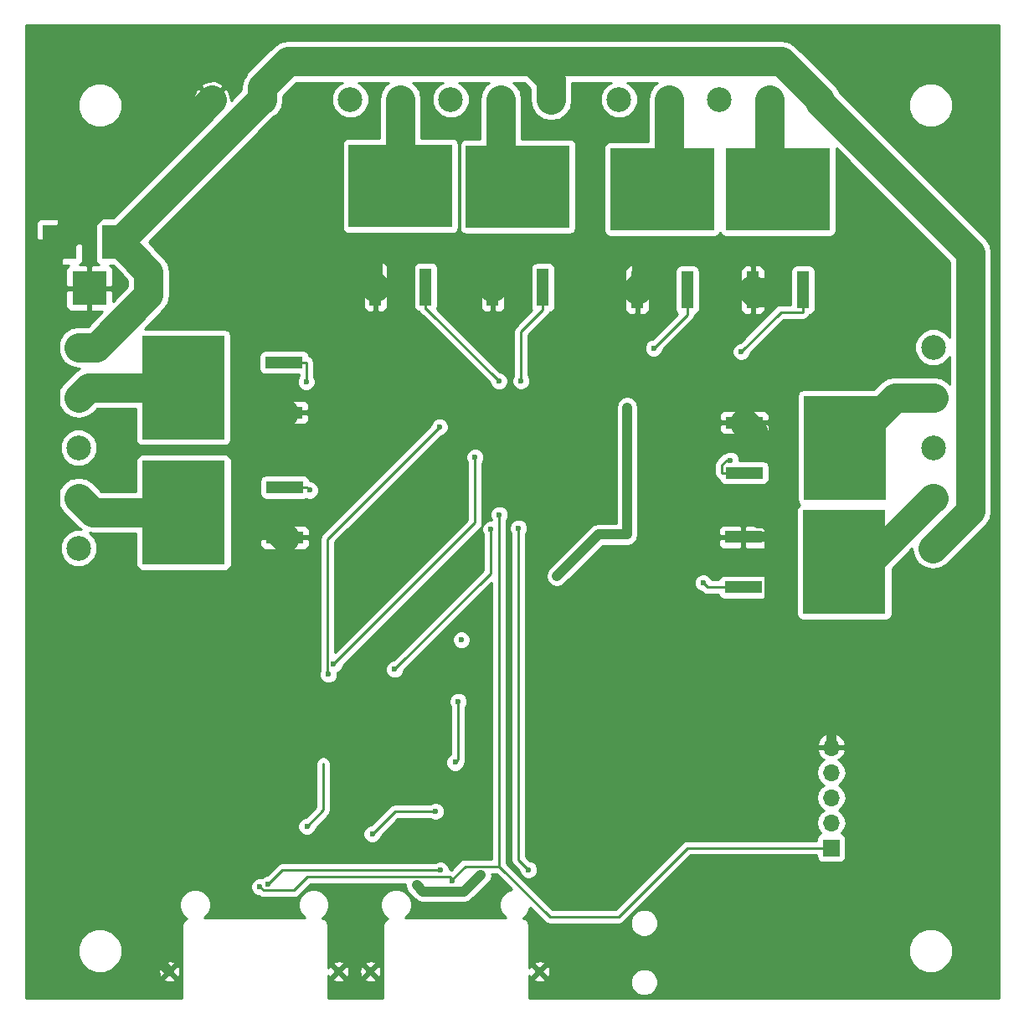
<source format=gbl>
G04 #@! TF.FileFunction,Copper,L2,Bot,Signal*
%FSLAX46Y46*%
G04 Gerber Fmt 4.6, Leading zero omitted, Abs format (unit mm)*
G04 Created by KiCad (PCBNEW 4.0.4-stable) date 03/10/17 08:23:14*
%MOMM*%
%LPD*%
G01*
G04 APERTURE LIST*
%ADD10C,0.100000*%
%ADD11C,0.900000*%
%ADD12R,1.200000X3.800000*%
%ADD13R,10.490000X8.380000*%
%ADD14R,3.500120X3.500120*%
%ADD15C,2.500000*%
%ADD16R,1.700000X1.700000*%
%ADD17O,1.700000X1.700000*%
%ADD18R,3.800000X1.200000*%
%ADD19R,8.380000X10.490000*%
%ADD20C,0.600000*%
%ADD21C,0.250000*%
%ADD22C,3.000000*%
%ADD23C,1.000000*%
%ADD24C,0.254000*%
G04 APERTURE END LIST*
D10*
D11*
X145036000Y-157106000D03*
X162136000Y-157106000D03*
D12*
X177736000Y-87937000D03*
X182816000Y-87937000D03*
D13*
X180276000Y-77724000D03*
D14*
X139931140Y-83312000D03*
X133931660Y-83312000D03*
X136931400Y-88011000D03*
D11*
X165356000Y-157106000D03*
X182456000Y-157106000D03*
D15*
X190500000Y-68921000D03*
X195580000Y-68921000D03*
X200660000Y-68921000D03*
X205740000Y-68921000D03*
X210820000Y-68961000D03*
X149352000Y-68921000D03*
X154432000Y-68921000D03*
X163322000Y-68921000D03*
X168402000Y-68921000D03*
X173482000Y-68921000D03*
X178562000Y-68921000D03*
X183642000Y-68961000D03*
D12*
X192342000Y-88191000D03*
X197422000Y-88191000D03*
D13*
X194882000Y-77978000D03*
D12*
X165862000Y-87873500D03*
X170942000Y-87873500D03*
D13*
X168402000Y-77660500D03*
D12*
X204026000Y-88191000D03*
X209106000Y-88191000D03*
D13*
X206566000Y-77978000D03*
D15*
X222290000Y-93980000D03*
X222290000Y-99060000D03*
X222290000Y-104140000D03*
X222290000Y-109220000D03*
X222250000Y-114300000D03*
D16*
X211963000Y-144590000D03*
D17*
X211963000Y-142050000D03*
X211963000Y-139510000D03*
X211963000Y-136970000D03*
X211963000Y-134430000D03*
D15*
X135850000Y-114300000D03*
X135850000Y-109220000D03*
X135850000Y-104140000D03*
X135850000Y-99060000D03*
X135890000Y-93980000D03*
D18*
X203147000Y-101600000D03*
X203147000Y-106680000D03*
D19*
X213360000Y-104140000D03*
D18*
X156707000Y-113220000D03*
X156707000Y-108140000D03*
D19*
X146494000Y-110680000D03*
D18*
X203083000Y-113157000D03*
X203083000Y-118237000D03*
D19*
X213296000Y-115697000D03*
D18*
X156644000Y-100584000D03*
X156644000Y-95504000D03*
D19*
X146431000Y-98044000D03*
D20*
X174561500Y-123571000D03*
X174244000Y-129794000D03*
X173926500Y-135953500D03*
X171958000Y-140906500D03*
X165544500Y-143192500D03*
X158940500Y-142430500D03*
X212153500Y-154178000D03*
X207073500Y-157099000D03*
X202311000Y-154051000D03*
X199072500Y-147447000D03*
X207010000Y-150114000D03*
X216725500Y-148653500D03*
X224790000Y-147383500D03*
X223901000Y-140525500D03*
X224663000Y-131572000D03*
X225298000Y-124079000D03*
X216979500Y-124396500D03*
X209740500Y-124841000D03*
X215074500Y-129476500D03*
X216090500Y-134366000D03*
X213487000Y-90932000D03*
X219646500Y-89154000D03*
X216471500Y-83820000D03*
X208788000Y-84455000D03*
X199263000Y-83883500D03*
X186245500Y-83693000D03*
X171386500Y-83883500D03*
X156781500Y-84074000D03*
X169100500Y-97345500D03*
X162242500Y-94615000D03*
X156591000Y-91567000D03*
X154432000Y-86868000D03*
X152082500Y-78613000D03*
X146812000Y-82486500D03*
X147891500Y-88582500D03*
X152336500Y-92011500D03*
X132016500Y-87185500D03*
X132461000Y-94805500D03*
X132016500Y-103060500D03*
X132461000Y-112268000D03*
X133858000Y-119507000D03*
X134048500Y-126428500D03*
X133477000Y-134620000D03*
X133413500Y-141795500D03*
X132651500Y-148590000D03*
X140398500Y-148780500D03*
X141033500Y-145288000D03*
X140970000Y-141224000D03*
X141732000Y-135699500D03*
X142684500Y-129921000D03*
X142748000Y-123571000D03*
X148272500Y-124650000D03*
X148336000Y-128587500D03*
X148653500Y-135255000D03*
X148399500Y-139446000D03*
X153162000Y-138811000D03*
X152908000Y-132461000D03*
X152527000Y-126365000D03*
X153098500Y-121094500D03*
X152844000Y-116649500D03*
X152908000Y-112776000D03*
X154559000Y-111696000D03*
X153670000Y-100838000D03*
X165100000Y-85090000D03*
X177546000Y-84899500D03*
X193294000Y-85407500D03*
X205994000Y-88392000D03*
X204534000Y-111760000D03*
X204152000Y-102997000D03*
X184213500Y-117094000D03*
X191326400Y-100064500D03*
X170041100Y-148375600D03*
X176530000Y-147320000D03*
X172449300Y-146848800D03*
X155038900Y-148273200D03*
X154193700Y-148546700D03*
X173623300Y-147933700D03*
X178400800Y-110905300D03*
X167820900Y-126551600D03*
X177520100Y-112381000D03*
X180340000Y-112268000D03*
X181356000Y-146812000D03*
X161116900Y-127053800D03*
X172351600Y-102027500D03*
X161648400Y-126039800D03*
X175952200Y-105086800D03*
X194007700Y-94071500D03*
X178333400Y-97399700D03*
X202861800Y-94435200D03*
X180590000Y-97397100D03*
X201770600Y-105405900D03*
X159226600Y-108434300D03*
X199013200Y-117785900D03*
X158869300Y-97476000D03*
D21*
X160591500Y-136080500D02*
X160591500Y-140779500D01*
X174244000Y-135636000D02*
X174244000Y-129794000D01*
X173926500Y-135953500D02*
X174244000Y-135636000D01*
X167830500Y-140906500D02*
X171958000Y-140906500D01*
X165544500Y-143192500D02*
X167830500Y-140906500D01*
X160591500Y-140779500D02*
X158940500Y-142430500D01*
X211963000Y-134430000D02*
X216026500Y-134430000D01*
X212598000Y-154622500D02*
X213677500Y-154622500D01*
X212153500Y-154178000D02*
X212598000Y-154622500D01*
X205359000Y-157099000D02*
X207073500Y-157099000D01*
X202311000Y-154051000D02*
X205359000Y-157099000D01*
X204343000Y-147447000D02*
X199072500Y-147447000D01*
X207010000Y-150114000D02*
X204343000Y-147447000D01*
X223520000Y-148653500D02*
X216725500Y-148653500D01*
X224790000Y-147383500D02*
X223520000Y-148653500D01*
X223901000Y-132334000D02*
X223901000Y-140525500D01*
X224663000Y-131572000D02*
X223901000Y-132334000D01*
X217297000Y-124079000D02*
X225298000Y-124079000D01*
X216979500Y-124396500D02*
X217297000Y-124079000D01*
X210439000Y-124841000D02*
X209740500Y-124841000D01*
X215074500Y-129476500D02*
X210439000Y-124841000D01*
X216026500Y-134430000D02*
X216090500Y-134366000D01*
X154432000Y-86868000D02*
X154432000Y-86423500D01*
X219646500Y-86995000D02*
X219646500Y-89154000D01*
X216471500Y-83820000D02*
X219646500Y-86995000D01*
X199834500Y-84455000D02*
X208788000Y-84455000D01*
X199263000Y-83883500D02*
X199834500Y-84455000D01*
X171577000Y-83693000D02*
X186245500Y-83693000D01*
X171386500Y-83883500D02*
X171577000Y-83693000D01*
X154432000Y-86423500D02*
X156781500Y-84074000D01*
X153670000Y-100838000D02*
X153670000Y-93345000D01*
X169164000Y-97409000D02*
X171132500Y-97409000D01*
X169100500Y-97345500D02*
X169164000Y-97409000D01*
X159639000Y-94615000D02*
X162242500Y-94615000D01*
X156591000Y-91567000D02*
X159639000Y-94615000D01*
X154432000Y-80962500D02*
X154432000Y-86868000D01*
X152082500Y-78613000D02*
X154432000Y-80962500D01*
X146812000Y-87503000D02*
X146812000Y-82486500D01*
X147891500Y-88582500D02*
X146812000Y-87503000D01*
X153670000Y-93345000D02*
X152336500Y-92011500D01*
X132397500Y-88709500D02*
X132461000Y-88709500D01*
X132461000Y-88646000D02*
X132397500Y-88709500D01*
X132461000Y-87630000D02*
X132461000Y-88646000D01*
X132016500Y-87185500D02*
X132461000Y-87630000D01*
X132461000Y-102616000D02*
X132461000Y-94805500D01*
X132016500Y-103060500D02*
X132461000Y-102616000D01*
X132461000Y-118110000D02*
X132461000Y-112268000D01*
X133858000Y-119507000D02*
X132461000Y-118110000D01*
X134048500Y-134048500D02*
X134048500Y-126428500D01*
X133477000Y-134620000D02*
X134048500Y-134048500D01*
X133413500Y-147828000D02*
X133413500Y-141795500D01*
X132651500Y-148590000D02*
X133413500Y-147828000D01*
X140398500Y-145923000D02*
X140398500Y-148780500D01*
X141033500Y-145288000D02*
X140398500Y-145923000D01*
X140970000Y-136461500D02*
X140970000Y-141224000D01*
X141732000Y-135699500D02*
X140970000Y-136461500D01*
X142684500Y-123634500D02*
X142684500Y-129921000D01*
X142748000Y-123571000D02*
X142684500Y-123634500D01*
X148272500Y-128524000D02*
X148272500Y-124650000D01*
X148336000Y-128587500D02*
X148272500Y-128524000D01*
X148653500Y-139192000D02*
X148653500Y-135255000D01*
X148399500Y-139446000D02*
X148653500Y-139192000D01*
X153162000Y-132715000D02*
X153162000Y-138811000D01*
X152908000Y-132461000D02*
X153162000Y-132715000D01*
X152527000Y-121666000D02*
X152527000Y-126365000D01*
X153098500Y-121094500D02*
X152527000Y-121666000D01*
X152844000Y-112840000D02*
X152844000Y-116649500D01*
X152908000Y-112776000D02*
X152844000Y-112840000D01*
D22*
X156390000Y-100838000D02*
X153670000Y-100838000D01*
X156644000Y-100584000D02*
X156390000Y-100838000D01*
X165100000Y-87111500D02*
X165100000Y-85090000D01*
X165862000Y-87873500D02*
X165100000Y-87111500D01*
X177546000Y-87746500D02*
X177546000Y-84899500D01*
X177736000Y-87937000D02*
X177546000Y-87746500D01*
X193294000Y-87238500D02*
X193294000Y-85407500D01*
X192342000Y-88191000D02*
X193294000Y-87238500D01*
X204226000Y-88392000D02*
X205994000Y-88392000D01*
X204026000Y-88191000D02*
X204226000Y-88392000D01*
X204152000Y-102606000D02*
X204152000Y-102997000D01*
X203147000Y-101600000D02*
X204152000Y-102606000D01*
D23*
X133931700Y-83312000D02*
X133931800Y-83312100D01*
D22*
X133932000Y-83312000D02*
X133931800Y-83312100D01*
X138059000Y-79184500D02*
X133932000Y-83312000D01*
X139088000Y-79184500D02*
X138059000Y-79184500D01*
X149352000Y-68921000D02*
X139088000Y-79184500D01*
D23*
X156707000Y-113220000D02*
X156707500Y-113219500D01*
D22*
X156708000Y-113220000D02*
X156707500Y-113219500D01*
X155184000Y-111696000D02*
X154559000Y-111696000D01*
X156707500Y-113219500D02*
X155184000Y-111696000D01*
X140208000Y-124650000D02*
X143397000Y-124650000D01*
X132461000Y-88709500D02*
X132461000Y-117094000D01*
X132461000Y-117094000D02*
X132652000Y-117094000D01*
X132652000Y-117094000D02*
X140208000Y-124650000D01*
X132461000Y-84782700D02*
X132461000Y-88709500D01*
X133931800Y-83312100D02*
X132461000Y-84782700D01*
X152844000Y-101664000D02*
X153670000Y-100838000D01*
X152844000Y-122492000D02*
X152844000Y-101664000D01*
X150686000Y-124650000D02*
X152844000Y-122492000D01*
X143397000Y-124650000D02*
X150686000Y-124650000D01*
D23*
X143397000Y-155467000D02*
X145036000Y-157106000D01*
X143397000Y-124650000D02*
X143397000Y-155467000D01*
X205683300Y-112251300D02*
X205683300Y-113157000D01*
X205192000Y-111760000D02*
X205683300Y-112251300D01*
X204534000Y-111760000D02*
X205192000Y-111760000D01*
X203083000Y-113157000D02*
X205683300Y-113157000D01*
X205683300Y-126600000D02*
X205683300Y-113157000D01*
X211963000Y-132879700D02*
X205683300Y-126600000D01*
X211963000Y-134430000D02*
X211963000Y-132879700D01*
X191326400Y-112903000D02*
X188404500Y-112903000D01*
X188404500Y-112903000D02*
X184213500Y-117094000D01*
X191326400Y-112903000D02*
X191326400Y-100064500D01*
D22*
X210820000Y-68961000D02*
X210820000Y-69215000D01*
X210820000Y-69215000D02*
X226060000Y-84455000D01*
X226060000Y-110490000D02*
X222250000Y-114300000D01*
X226060000Y-84455000D02*
X226060000Y-110490000D01*
X137668000Y-93980000D02*
X135890000Y-93980000D01*
X142938000Y-88709500D02*
X137668000Y-93980000D01*
X142938000Y-86360000D02*
X142938000Y-88709500D01*
X141922000Y-85344000D02*
X142938000Y-86360000D01*
X141922000Y-85303400D02*
X141922000Y-85344000D01*
X139931000Y-83312000D02*
X141922000Y-85303400D01*
X154322000Y-68921000D02*
X139931000Y-83312000D01*
X154432000Y-68921000D02*
X154322000Y-68921000D01*
X183642000Y-66929000D02*
X181800000Y-65087500D01*
X183642000Y-68961000D02*
X183642000Y-66929000D01*
X157036000Y-65087500D02*
X181800000Y-65087500D01*
X154432000Y-67691000D02*
X157036000Y-65087500D01*
X154432000Y-68921000D02*
X154432000Y-67691000D01*
X206946000Y-65087500D02*
X210820000Y-68961000D01*
X181800000Y-65087500D02*
X206946000Y-65087500D01*
D23*
X170699400Y-149033900D02*
X170041100Y-148375600D01*
X174816100Y-149033900D02*
X170699400Y-149033900D01*
X176530000Y-147320000D02*
X174816100Y-149033900D01*
D21*
X156463300Y-146848800D02*
X155038900Y-148273200D01*
X172449300Y-146848800D02*
X156463300Y-146848800D01*
X173356400Y-147519500D02*
X173623300Y-147786400D01*
X158993800Y-147519500D02*
X173356400Y-147519500D01*
X157614800Y-148898500D02*
X158993800Y-147519500D01*
X154545500Y-148898500D02*
X157614800Y-148898500D01*
X154193700Y-148546700D02*
X154545500Y-148898500D01*
X173623300Y-147786400D02*
X173623300Y-147933700D01*
X174951800Y-146457900D02*
X178400800Y-146457900D01*
X173623300Y-147786400D02*
X174951800Y-146457900D01*
X197448600Y-144590000D02*
X211963000Y-144590000D01*
X190475200Y-151563400D02*
X197448600Y-144590000D01*
X183506300Y-151563400D02*
X190475200Y-151563400D01*
X178400800Y-146457900D02*
X183506300Y-151563400D01*
X178400800Y-146457900D02*
X178400800Y-110905300D01*
X177520100Y-116852400D02*
X177520100Y-112381000D01*
X167820900Y-126551600D02*
X177520100Y-116852400D01*
D22*
X195580000Y-77279500D02*
X194882000Y-77978000D01*
X195580000Y-68921000D02*
X195580000Y-77279500D01*
X205740000Y-77152500D02*
X206566000Y-77978000D01*
X205740000Y-68921000D02*
X205740000Y-77152500D01*
X168402000Y-68921000D02*
X168402000Y-77660500D01*
X178562000Y-76009500D02*
X180276000Y-77724000D01*
X178562000Y-68921000D02*
X178562000Y-76009500D01*
X218440000Y-99060000D02*
X213360000Y-104140000D01*
X222290000Y-99060000D02*
X218440000Y-99060000D01*
X215773000Y-115697000D02*
X213296000Y-115697000D01*
X222250000Y-109220000D02*
X215773000Y-115697000D01*
X222290000Y-109220000D02*
X222250000Y-109220000D01*
X137310000Y-110680000D02*
X135850000Y-109220000D01*
X146494000Y-110680000D02*
X137310000Y-110680000D01*
X136866000Y-98044000D02*
X135850000Y-99060000D01*
X146431000Y-98044000D02*
X136866000Y-98044000D01*
D21*
X180340000Y-145796000D02*
X180340000Y-112268000D01*
X181356000Y-146812000D02*
X180340000Y-145796000D01*
X161023100Y-126960000D02*
X161116900Y-127053800D01*
X161023100Y-113356000D02*
X161023100Y-126960000D01*
X172351600Y-102027500D02*
X161023100Y-113356000D01*
X175952200Y-111736000D02*
X175952200Y-105086800D01*
X161648400Y-126039800D02*
X175952200Y-111736000D01*
X197422000Y-88191000D02*
X197422000Y-90416300D01*
X197422000Y-90657200D02*
X194007700Y-94071500D01*
X197422000Y-90416300D02*
X197422000Y-90657200D01*
X171032500Y-90098800D02*
X178333400Y-97399700D01*
X170942000Y-90098800D02*
X171032500Y-90098800D01*
X170942000Y-87873500D02*
X170942000Y-90098800D01*
X209106000Y-88191000D02*
X209106000Y-90416300D01*
X206880700Y-90416300D02*
X202861800Y-94435200D01*
X209106000Y-90416300D02*
X206880700Y-90416300D01*
X180590000Y-92388300D02*
X180590000Y-97397100D01*
X182816000Y-90162300D02*
X180590000Y-92388300D01*
X182816000Y-87937000D02*
X182816000Y-90162300D01*
X201770600Y-105406000D02*
X201770600Y-105405900D01*
X201386000Y-105406000D02*
X201770600Y-105406000D01*
X200921700Y-105870300D02*
X201386000Y-105406000D01*
X200921700Y-106680000D02*
X200921700Y-105870300D01*
X203147000Y-106680000D02*
X200921700Y-106680000D01*
X156707000Y-108140000D02*
X158932300Y-108140000D01*
X158932300Y-108140000D02*
X159226600Y-108434300D01*
X199464300Y-118237000D02*
X199013200Y-117785900D01*
X203083000Y-118237000D02*
X199464300Y-118237000D01*
X156644000Y-95504000D02*
X158869300Y-95504000D01*
X158869300Y-95504000D02*
X158869300Y-97476000D01*
D24*
G36*
X228906000Y-159818000D02*
X181431000Y-159818000D01*
X181431000Y-158464285D01*
X191654760Y-158464285D01*
X191865169Y-158973515D01*
X192254436Y-159363461D01*
X192763298Y-159574759D01*
X193314285Y-159575240D01*
X193823515Y-159364831D01*
X194213461Y-158975564D01*
X194424759Y-158466702D01*
X194425240Y-157915715D01*
X194214831Y-157406485D01*
X193825564Y-157016539D01*
X193316702Y-156805241D01*
X192765715Y-156804760D01*
X192256485Y-157015169D01*
X191866539Y-157404436D01*
X191655241Y-157913298D01*
X191654760Y-158464285D01*
X181431000Y-158464285D01*
X181431000Y-157859745D01*
X181881860Y-157859745D01*
X181912803Y-158069712D01*
X182322948Y-158204226D01*
X182753349Y-158171546D01*
X182999197Y-158069712D01*
X183030140Y-157859745D01*
X182456000Y-157285605D01*
X181881860Y-157859745D01*
X181431000Y-157859745D01*
X181431000Y-157501235D01*
X181492288Y-157649197D01*
X181702255Y-157680140D01*
X182276395Y-157106000D01*
X182635605Y-157106000D01*
X183209745Y-157680140D01*
X183419712Y-157649197D01*
X183554226Y-157239052D01*
X183521546Y-156808651D01*
X183419712Y-156562803D01*
X183209745Y-156531860D01*
X182635605Y-157106000D01*
X182276395Y-157106000D01*
X181702255Y-156531860D01*
X181492288Y-156562803D01*
X181431000Y-156749675D01*
X181431000Y-156352255D01*
X181881860Y-156352255D01*
X182456000Y-156926395D01*
X183030140Y-156352255D01*
X182999197Y-156142288D01*
X182589052Y-156007774D01*
X182158651Y-156040454D01*
X181912803Y-156142288D01*
X181881860Y-156352255D01*
X181431000Y-156352255D01*
X181431000Y-155442619D01*
X219764613Y-155442619D01*
X220104155Y-156264372D01*
X220732321Y-156893636D01*
X221553481Y-157234611D01*
X222442619Y-157235387D01*
X223264372Y-156895845D01*
X223893636Y-156267679D01*
X224234611Y-155446519D01*
X224235387Y-154557381D01*
X223895845Y-153735628D01*
X223267679Y-153106364D01*
X222446519Y-152765389D01*
X221557381Y-152764613D01*
X220735628Y-153104155D01*
X220106364Y-153732321D01*
X219765389Y-154553481D01*
X219764613Y-155442619D01*
X181431000Y-155442619D01*
X181431000Y-152464285D01*
X191654760Y-152464285D01*
X191865169Y-152973515D01*
X192254436Y-153363461D01*
X192763298Y-153574759D01*
X193314285Y-153575240D01*
X193823515Y-153364831D01*
X194213461Y-152975564D01*
X194424759Y-152466702D01*
X194425240Y-151915715D01*
X194214831Y-151406485D01*
X193825564Y-151016539D01*
X193316702Y-150805241D01*
X192765715Y-150804760D01*
X192256485Y-151015169D01*
X191866539Y-151404436D01*
X191655241Y-151913298D01*
X191654760Y-152464285D01*
X181431000Y-152464285D01*
X181431000Y-152400000D01*
X181376954Y-152128295D01*
X181223046Y-151897954D01*
X180992705Y-151744046D01*
X180836582Y-151712991D01*
X180842657Y-151710481D01*
X181288914Y-151265003D01*
X181530724Y-150682659D01*
X181530741Y-150662643D01*
X182968899Y-152100801D01*
X183215460Y-152265548D01*
X183506300Y-152323400D01*
X190475200Y-152323400D01*
X190766039Y-152265548D01*
X191012601Y-152100801D01*
X197763402Y-145350000D01*
X210465560Y-145350000D01*
X210465560Y-145440000D01*
X210509838Y-145675317D01*
X210648910Y-145891441D01*
X210861110Y-146036431D01*
X211113000Y-146087440D01*
X212813000Y-146087440D01*
X213048317Y-146043162D01*
X213264441Y-145904090D01*
X213409431Y-145691890D01*
X213460440Y-145440000D01*
X213460440Y-143740000D01*
X213416162Y-143504683D01*
X213277090Y-143288559D01*
X213064890Y-143143569D01*
X212997459Y-143129914D01*
X213042147Y-143100054D01*
X213364054Y-142618285D01*
X213477093Y-142050000D01*
X213364054Y-141481715D01*
X213042147Y-140999946D01*
X212712974Y-140780000D01*
X213042147Y-140560054D01*
X213364054Y-140078285D01*
X213477093Y-139510000D01*
X213364054Y-138941715D01*
X213042147Y-138459946D01*
X212712974Y-138240000D01*
X213042147Y-138020054D01*
X213364054Y-137538285D01*
X213477093Y-136970000D01*
X213364054Y-136401715D01*
X213042147Y-135919946D01*
X212701447Y-135692298D01*
X212844358Y-135625183D01*
X213234645Y-135196924D01*
X213404476Y-134786890D01*
X213283155Y-134557000D01*
X212090000Y-134557000D01*
X212090000Y-134577000D01*
X211836000Y-134577000D01*
X211836000Y-134557000D01*
X210642845Y-134557000D01*
X210521524Y-134786890D01*
X210691355Y-135196924D01*
X211081642Y-135625183D01*
X211224553Y-135692298D01*
X210883853Y-135919946D01*
X210561946Y-136401715D01*
X210448907Y-136970000D01*
X210561946Y-137538285D01*
X210883853Y-138020054D01*
X211213026Y-138240000D01*
X210883853Y-138459946D01*
X210561946Y-138941715D01*
X210448907Y-139510000D01*
X210561946Y-140078285D01*
X210883853Y-140560054D01*
X211213026Y-140780000D01*
X210883853Y-140999946D01*
X210561946Y-141481715D01*
X210448907Y-142050000D01*
X210561946Y-142618285D01*
X210883853Y-143100054D01*
X210925452Y-143127850D01*
X210877683Y-143136838D01*
X210661559Y-143275910D01*
X210516569Y-143488110D01*
X210465560Y-143740000D01*
X210465560Y-143830000D01*
X197448600Y-143830000D01*
X197157761Y-143887852D01*
X196911199Y-144052599D01*
X190160398Y-150803400D01*
X183821102Y-150803400D01*
X179160800Y-146143098D01*
X179160800Y-112453167D01*
X179404838Y-112453167D01*
X179546883Y-112796943D01*
X179580000Y-112830118D01*
X179580000Y-145796000D01*
X179637852Y-146086839D01*
X179802599Y-146333401D01*
X180420878Y-146951680D01*
X180420838Y-146997167D01*
X180562883Y-147340943D01*
X180825673Y-147604192D01*
X181169201Y-147746838D01*
X181541167Y-147747162D01*
X181884943Y-147605117D01*
X182148192Y-147342327D01*
X182290838Y-146998799D01*
X182291162Y-146626833D01*
X182149117Y-146283057D01*
X181886327Y-146019808D01*
X181542799Y-145877162D01*
X181495923Y-145877121D01*
X181100000Y-145481198D01*
X181100000Y-134073110D01*
X210521524Y-134073110D01*
X210642845Y-134303000D01*
X211836000Y-134303000D01*
X211836000Y-133109181D01*
X212090000Y-133109181D01*
X212090000Y-134303000D01*
X213283155Y-134303000D01*
X213404476Y-134073110D01*
X213234645Y-133663076D01*
X212844358Y-133234817D01*
X212319892Y-132988514D01*
X212090000Y-133109181D01*
X211836000Y-133109181D01*
X211606108Y-132988514D01*
X211081642Y-133234817D01*
X210691355Y-133663076D01*
X210521524Y-134073110D01*
X181100000Y-134073110D01*
X181100000Y-117094000D01*
X183078500Y-117094000D01*
X183164897Y-117528345D01*
X183410934Y-117896566D01*
X183779155Y-118142603D01*
X184213500Y-118229000D01*
X184647845Y-118142603D01*
X184904567Y-117971067D01*
X198078038Y-117971067D01*
X198220083Y-118314843D01*
X198482873Y-118578092D01*
X198826401Y-118720738D01*
X198873277Y-118720779D01*
X198926899Y-118774401D01*
X199173461Y-118939148D01*
X199464300Y-118997000D01*
X200565666Y-118997000D01*
X200579838Y-119072317D01*
X200718910Y-119288441D01*
X200931110Y-119433431D01*
X201183000Y-119484440D01*
X204983000Y-119484440D01*
X205218317Y-119440162D01*
X205434441Y-119301090D01*
X205579431Y-119088890D01*
X205630440Y-118837000D01*
X205630440Y-117637000D01*
X205586162Y-117401683D01*
X205447090Y-117185559D01*
X205234890Y-117040569D01*
X204983000Y-116989560D01*
X201183000Y-116989560D01*
X200947683Y-117033838D01*
X200731559Y-117172910D01*
X200586569Y-117385110D01*
X200567961Y-117477000D01*
X199897237Y-117477000D01*
X199806317Y-117256957D01*
X199543527Y-116993708D01*
X199199999Y-116851062D01*
X198828033Y-116850738D01*
X198484257Y-116992783D01*
X198221008Y-117255573D01*
X198078362Y-117599101D01*
X198078038Y-117971067D01*
X184904567Y-117971067D01*
X185016066Y-117896566D01*
X188874632Y-114038000D01*
X191326400Y-114038000D01*
X191760746Y-113951603D01*
X192128966Y-113705566D01*
X192304574Y-113442750D01*
X200548000Y-113442750D01*
X200548000Y-113883309D01*
X200644673Y-114116698D01*
X200823301Y-114295327D01*
X201056690Y-114392000D01*
X202797250Y-114392000D01*
X202956000Y-114233250D01*
X202956000Y-113284000D01*
X203210000Y-113284000D01*
X203210000Y-114233250D01*
X203368750Y-114392000D01*
X205109310Y-114392000D01*
X205342699Y-114295327D01*
X205521327Y-114116698D01*
X205618000Y-113883309D01*
X205618000Y-113442750D01*
X205459250Y-113284000D01*
X203210000Y-113284000D01*
X202956000Y-113284000D01*
X200706750Y-113284000D01*
X200548000Y-113442750D01*
X192304574Y-113442750D01*
X192375003Y-113337346D01*
X192461400Y-112903000D01*
X192461400Y-112430691D01*
X200548000Y-112430691D01*
X200548000Y-112871250D01*
X200706750Y-113030000D01*
X202956000Y-113030000D01*
X202956000Y-112080750D01*
X203210000Y-112080750D01*
X203210000Y-113030000D01*
X205459250Y-113030000D01*
X205618000Y-112871250D01*
X205618000Y-112430691D01*
X205521327Y-112197302D01*
X205342699Y-112018673D01*
X205109310Y-111922000D01*
X203368750Y-111922000D01*
X203210000Y-112080750D01*
X202956000Y-112080750D01*
X202797250Y-111922000D01*
X201056690Y-111922000D01*
X200823301Y-112018673D01*
X200644673Y-112197302D01*
X200548000Y-112430691D01*
X192461400Y-112430691D01*
X192461400Y-105870300D01*
X200161700Y-105870300D01*
X200161700Y-106680000D01*
X200219552Y-106970839D01*
X200384299Y-107217401D01*
X200617043Y-107372915D01*
X200643838Y-107515317D01*
X200782910Y-107731441D01*
X200995110Y-107876431D01*
X201247000Y-107927440D01*
X205047000Y-107927440D01*
X205282317Y-107883162D01*
X205498441Y-107744090D01*
X205643431Y-107531890D01*
X205694440Y-107280000D01*
X205694440Y-106080000D01*
X205650162Y-105844683D01*
X205511090Y-105628559D01*
X205298890Y-105483569D01*
X205047000Y-105432560D01*
X202705577Y-105432560D01*
X202705762Y-105220733D01*
X202563717Y-104876957D01*
X202300927Y-104613708D01*
X201957399Y-104471062D01*
X201585433Y-104470738D01*
X201241657Y-104612783D01*
X201164182Y-104690123D01*
X201095160Y-104703852D01*
X200848599Y-104868599D01*
X200384299Y-105332899D01*
X200219552Y-105579461D01*
X200161700Y-105870300D01*
X192461400Y-105870300D01*
X192461400Y-101885750D01*
X200612000Y-101885750D01*
X200612000Y-102326309D01*
X200708673Y-102559698D01*
X200887301Y-102738327D01*
X201120690Y-102835000D01*
X202861250Y-102835000D01*
X203020000Y-102676250D01*
X203020000Y-101727000D01*
X203274000Y-101727000D01*
X203274000Y-102676250D01*
X203432750Y-102835000D01*
X205173310Y-102835000D01*
X205406699Y-102738327D01*
X205585327Y-102559698D01*
X205682000Y-102326309D01*
X205682000Y-101885750D01*
X205523250Y-101727000D01*
X203274000Y-101727000D01*
X203020000Y-101727000D01*
X200770750Y-101727000D01*
X200612000Y-101885750D01*
X192461400Y-101885750D01*
X192461400Y-100873691D01*
X200612000Y-100873691D01*
X200612000Y-101314250D01*
X200770750Y-101473000D01*
X203020000Y-101473000D01*
X203020000Y-100523750D01*
X203274000Y-100523750D01*
X203274000Y-101473000D01*
X205523250Y-101473000D01*
X205682000Y-101314250D01*
X205682000Y-100873691D01*
X205585327Y-100640302D01*
X205406699Y-100461673D01*
X205173310Y-100365000D01*
X203432750Y-100365000D01*
X203274000Y-100523750D01*
X203020000Y-100523750D01*
X202861250Y-100365000D01*
X201120690Y-100365000D01*
X200887301Y-100461673D01*
X200708673Y-100640302D01*
X200612000Y-100873691D01*
X192461400Y-100873691D01*
X192461400Y-100064500D01*
X192375003Y-99630154D01*
X192128966Y-99261934D01*
X191760746Y-99015897D01*
X191326400Y-98929500D01*
X190892054Y-99015897D01*
X190523834Y-99261934D01*
X190277797Y-99630154D01*
X190191400Y-100064500D01*
X190191400Y-111768000D01*
X188404500Y-111768000D01*
X187970154Y-111854397D01*
X187724298Y-112018673D01*
X187601934Y-112100434D01*
X183410934Y-116291434D01*
X183164897Y-116659655D01*
X183078500Y-117094000D01*
X181100000Y-117094000D01*
X181100000Y-112830463D01*
X181132192Y-112798327D01*
X181274838Y-112454799D01*
X181275162Y-112082833D01*
X181133117Y-111739057D01*
X180870327Y-111475808D01*
X180526799Y-111333162D01*
X180154833Y-111332838D01*
X179811057Y-111474883D01*
X179547808Y-111737673D01*
X179405162Y-112081201D01*
X179404838Y-112453167D01*
X179160800Y-112453167D01*
X179160800Y-111467763D01*
X179192992Y-111435627D01*
X179335638Y-111092099D01*
X179335962Y-110720133D01*
X179193917Y-110376357D01*
X178931127Y-110113108D01*
X178587599Y-109970462D01*
X178215633Y-109970138D01*
X177871857Y-110112183D01*
X177608608Y-110374973D01*
X177465962Y-110718501D01*
X177465638Y-111090467D01*
X177607683Y-111434243D01*
X177619505Y-111446086D01*
X177334933Y-111445838D01*
X176991157Y-111587883D01*
X176727908Y-111850673D01*
X176585262Y-112194201D01*
X176584938Y-112566167D01*
X176726983Y-112909943D01*
X176760100Y-112943118D01*
X176760100Y-116537598D01*
X167681220Y-125616478D01*
X167635733Y-125616438D01*
X167291957Y-125758483D01*
X167028708Y-126021273D01*
X166886062Y-126364801D01*
X166885738Y-126736767D01*
X167027783Y-127080543D01*
X167290573Y-127343792D01*
X167634101Y-127486438D01*
X168006067Y-127486762D01*
X168349843Y-127344717D01*
X168613092Y-127081927D01*
X168755738Y-126738399D01*
X168755779Y-126691523D01*
X171691135Y-123756167D01*
X173626338Y-123756167D01*
X173768383Y-124099943D01*
X174031173Y-124363192D01*
X174374701Y-124505838D01*
X174746667Y-124506162D01*
X175090443Y-124364117D01*
X175353692Y-124101327D01*
X175496338Y-123757799D01*
X175496662Y-123385833D01*
X175354617Y-123042057D01*
X175091827Y-122778808D01*
X174748299Y-122636162D01*
X174376333Y-122635838D01*
X174032557Y-122777883D01*
X173769308Y-123040673D01*
X173626662Y-123384201D01*
X173626338Y-123756167D01*
X171691135Y-123756167D01*
X177640800Y-117806502D01*
X177640800Y-145697900D01*
X174951800Y-145697900D01*
X174660961Y-145755752D01*
X174414399Y-145920499D01*
X173539064Y-146795834D01*
X173384374Y-146765064D01*
X173384462Y-146663633D01*
X173242417Y-146319857D01*
X172979627Y-146056608D01*
X172636099Y-145913962D01*
X172264133Y-145913638D01*
X171920357Y-146055683D01*
X171887182Y-146088800D01*
X156463300Y-146088800D01*
X156172461Y-146146652D01*
X155925899Y-146311399D01*
X154899220Y-147338078D01*
X154853733Y-147338038D01*
X154509957Y-147480083D01*
X154377950Y-147611860D01*
X154008533Y-147611538D01*
X153664757Y-147753583D01*
X153401508Y-148016373D01*
X153258862Y-148359901D01*
X153258538Y-148731867D01*
X153400583Y-149075643D01*
X153663373Y-149338892D01*
X154006901Y-149481538D01*
X154076490Y-149481599D01*
X154254660Y-149600648D01*
X154545500Y-149658500D01*
X157614800Y-149658500D01*
X157905639Y-149600648D01*
X158152201Y-149435901D01*
X159308603Y-148279500D01*
X168925216Y-148279500D01*
X168906100Y-148375600D01*
X168992497Y-148809945D01*
X169238534Y-149178166D01*
X169896834Y-149836466D01*
X170265054Y-150082503D01*
X170699400Y-150168900D01*
X174816100Y-150168900D01*
X175250446Y-150082503D01*
X175618666Y-149836466D01*
X177332566Y-148122566D01*
X177578604Y-147754345D01*
X177665000Y-147320000D01*
X177644691Y-147217900D01*
X178085998Y-147217900D01*
X179648838Y-148780740D01*
X179632107Y-148780725D01*
X179049343Y-149021519D01*
X178603086Y-149466997D01*
X178361276Y-150049341D01*
X178360725Y-150679893D01*
X178601519Y-151262657D01*
X179028116Y-151690000D01*
X168873174Y-151690000D01*
X169298914Y-151265003D01*
X169540724Y-150682659D01*
X169541275Y-150052107D01*
X169300481Y-149469343D01*
X168855003Y-149023086D01*
X168272659Y-148781276D01*
X167642107Y-148780725D01*
X167059343Y-149021519D01*
X166613086Y-149466997D01*
X166371276Y-150049341D01*
X166370725Y-150679893D01*
X166611519Y-151262657D01*
X167056997Y-151708914D01*
X167112193Y-151731833D01*
X167050795Y-151744046D01*
X166820454Y-151897954D01*
X166666546Y-152128295D01*
X166612500Y-152400000D01*
X166612500Y-159818000D01*
X161111000Y-159818000D01*
X161111000Y-157859745D01*
X161561860Y-157859745D01*
X161592803Y-158069712D01*
X162002948Y-158204226D01*
X162433349Y-158171546D01*
X162679197Y-158069712D01*
X162710140Y-157859745D01*
X164781860Y-157859745D01*
X164812803Y-158069712D01*
X165222948Y-158204226D01*
X165653349Y-158171546D01*
X165899197Y-158069712D01*
X165930140Y-157859745D01*
X165356000Y-157285605D01*
X164781860Y-157859745D01*
X162710140Y-157859745D01*
X162136000Y-157285605D01*
X161561860Y-157859745D01*
X161111000Y-157859745D01*
X161111000Y-157501235D01*
X161172288Y-157649197D01*
X161382255Y-157680140D01*
X161956395Y-157106000D01*
X162315605Y-157106000D01*
X162889745Y-157680140D01*
X163099712Y-157649197D01*
X163234226Y-157239052D01*
X163214021Y-156972948D01*
X164257774Y-156972948D01*
X164290454Y-157403349D01*
X164392288Y-157649197D01*
X164602255Y-157680140D01*
X165176395Y-157106000D01*
X165535605Y-157106000D01*
X166109745Y-157680140D01*
X166319712Y-157649197D01*
X166454226Y-157239052D01*
X166421546Y-156808651D01*
X166319712Y-156562803D01*
X166109745Y-156531860D01*
X165535605Y-157106000D01*
X165176395Y-157106000D01*
X164602255Y-156531860D01*
X164392288Y-156562803D01*
X164257774Y-156972948D01*
X163214021Y-156972948D01*
X163201546Y-156808651D01*
X163099712Y-156562803D01*
X162889745Y-156531860D01*
X162315605Y-157106000D01*
X161956395Y-157106000D01*
X161382255Y-156531860D01*
X161172288Y-156562803D01*
X161111000Y-156749675D01*
X161111000Y-156352255D01*
X161561860Y-156352255D01*
X162136000Y-156926395D01*
X162710140Y-156352255D01*
X164781860Y-156352255D01*
X165356000Y-156926395D01*
X165930140Y-156352255D01*
X165899197Y-156142288D01*
X165489052Y-156007774D01*
X165058651Y-156040454D01*
X164812803Y-156142288D01*
X164781860Y-156352255D01*
X162710140Y-156352255D01*
X162679197Y-156142288D01*
X162269052Y-156007774D01*
X161838651Y-156040454D01*
X161592803Y-156142288D01*
X161561860Y-156352255D01*
X161111000Y-156352255D01*
X161111000Y-152400000D01*
X161056954Y-152128295D01*
X160903046Y-151897954D01*
X160672705Y-151744046D01*
X160516582Y-151712991D01*
X160522657Y-151710481D01*
X160968914Y-151265003D01*
X161210724Y-150682659D01*
X161211275Y-150052107D01*
X160970481Y-149469343D01*
X160525003Y-149023086D01*
X159942659Y-148781276D01*
X159312107Y-148780725D01*
X158729343Y-149021519D01*
X158283086Y-149466997D01*
X158041276Y-150049341D01*
X158040725Y-150679893D01*
X158281519Y-151262657D01*
X158708116Y-151690000D01*
X148553174Y-151690000D01*
X148978914Y-151265003D01*
X149220724Y-150682659D01*
X149221275Y-150052107D01*
X148980481Y-149469343D01*
X148535003Y-149023086D01*
X147952659Y-148781276D01*
X147322107Y-148780725D01*
X146739343Y-149021519D01*
X146293086Y-149466997D01*
X146051276Y-150049341D01*
X146050725Y-150679893D01*
X146291519Y-151262657D01*
X146736997Y-151708914D01*
X146792193Y-151731833D01*
X146730795Y-151744046D01*
X146500454Y-151897954D01*
X146346546Y-152128295D01*
X146292500Y-152400000D01*
X146292500Y-159818000D01*
X130504000Y-159818000D01*
X130504000Y-157859745D01*
X144461860Y-157859745D01*
X144492803Y-158069712D01*
X144902948Y-158204226D01*
X145333349Y-158171546D01*
X145579197Y-158069712D01*
X145610140Y-157859745D01*
X145036000Y-157285605D01*
X144461860Y-157859745D01*
X130504000Y-157859745D01*
X130504000Y-155442619D01*
X135764613Y-155442619D01*
X136104155Y-156264372D01*
X136732321Y-156893636D01*
X137553481Y-157234611D01*
X138442619Y-157235387D01*
X139077768Y-156972948D01*
X143937774Y-156972948D01*
X143970454Y-157403349D01*
X144072288Y-157649197D01*
X144282255Y-157680140D01*
X144856395Y-157106000D01*
X145215605Y-157106000D01*
X145789745Y-157680140D01*
X145999712Y-157649197D01*
X146134226Y-157239052D01*
X146101546Y-156808651D01*
X145999712Y-156562803D01*
X145789745Y-156531860D01*
X145215605Y-157106000D01*
X144856395Y-157106000D01*
X144282255Y-156531860D01*
X144072288Y-156562803D01*
X143937774Y-156972948D01*
X139077768Y-156972948D01*
X139264372Y-156895845D01*
X139808912Y-156352255D01*
X144461860Y-156352255D01*
X145036000Y-156926395D01*
X145610140Y-156352255D01*
X145579197Y-156142288D01*
X145169052Y-156007774D01*
X144738651Y-156040454D01*
X144492803Y-156142288D01*
X144461860Y-156352255D01*
X139808912Y-156352255D01*
X139893636Y-156267679D01*
X140234611Y-155446519D01*
X140235387Y-154557381D01*
X139895845Y-153735628D01*
X139267679Y-153106364D01*
X138446519Y-152765389D01*
X137557381Y-152764613D01*
X136735628Y-153104155D01*
X136106364Y-153732321D01*
X135765389Y-154553481D01*
X135764613Y-155442619D01*
X130504000Y-155442619D01*
X130504000Y-143377667D01*
X164609338Y-143377667D01*
X164751383Y-143721443D01*
X165014173Y-143984692D01*
X165357701Y-144127338D01*
X165729667Y-144127662D01*
X166073443Y-143985617D01*
X166336692Y-143722827D01*
X166479338Y-143379299D01*
X166479379Y-143332423D01*
X168145302Y-141666500D01*
X171395537Y-141666500D01*
X171427673Y-141698692D01*
X171771201Y-141841338D01*
X172143167Y-141841662D01*
X172486943Y-141699617D01*
X172750192Y-141436827D01*
X172892838Y-141093299D01*
X172893162Y-140721333D01*
X172751117Y-140377557D01*
X172488327Y-140114308D01*
X172144799Y-139971662D01*
X171772833Y-139971338D01*
X171429057Y-140113383D01*
X171395882Y-140146500D01*
X167830500Y-140146500D01*
X167539660Y-140204352D01*
X167293099Y-140369099D01*
X165404820Y-142257378D01*
X165359333Y-142257338D01*
X165015557Y-142399383D01*
X164752308Y-142662173D01*
X164609662Y-143005701D01*
X164609338Y-143377667D01*
X130504000Y-143377667D01*
X130504000Y-142615667D01*
X158005338Y-142615667D01*
X158147383Y-142959443D01*
X158410173Y-143222692D01*
X158753701Y-143365338D01*
X159125667Y-143365662D01*
X159469443Y-143223617D01*
X159732692Y-142960827D01*
X159875338Y-142617299D01*
X159875379Y-142570423D01*
X161128901Y-141316901D01*
X161293648Y-141070339D01*
X161351500Y-140779500D01*
X161351500Y-136138667D01*
X172991338Y-136138667D01*
X173133383Y-136482443D01*
X173396173Y-136745692D01*
X173739701Y-136888338D01*
X174111667Y-136888662D01*
X174455443Y-136746617D01*
X174718692Y-136483827D01*
X174861338Y-136140299D01*
X174861413Y-136053654D01*
X174946148Y-135926839D01*
X175004000Y-135636000D01*
X175004000Y-130356463D01*
X175036192Y-130324327D01*
X175178838Y-129980799D01*
X175179162Y-129608833D01*
X175037117Y-129265057D01*
X174774327Y-129001808D01*
X174430799Y-128859162D01*
X174058833Y-128858838D01*
X173715057Y-129000883D01*
X173451808Y-129263673D01*
X173309162Y-129607201D01*
X173308838Y-129979167D01*
X173450883Y-130322943D01*
X173484000Y-130356118D01*
X173484000Y-135124666D01*
X173397557Y-135160383D01*
X173134308Y-135423173D01*
X172991662Y-135766701D01*
X172991338Y-136138667D01*
X161351500Y-136138667D01*
X161351500Y-136080500D01*
X161293648Y-135789661D01*
X161128901Y-135543099D01*
X160882339Y-135378352D01*
X160591500Y-135320500D01*
X160300661Y-135378352D01*
X160054099Y-135543099D01*
X159889352Y-135789661D01*
X159831500Y-136080500D01*
X159831500Y-140464698D01*
X158800820Y-141495378D01*
X158755333Y-141495338D01*
X158411557Y-141637383D01*
X158148308Y-141900173D01*
X158005662Y-142243701D01*
X158005338Y-142615667D01*
X130504000Y-142615667D01*
X130504000Y-127238967D01*
X160181738Y-127238967D01*
X160323783Y-127582743D01*
X160586573Y-127845992D01*
X160930101Y-127988638D01*
X161302067Y-127988962D01*
X161645843Y-127846917D01*
X161909092Y-127584127D01*
X162051738Y-127240599D01*
X162052048Y-126884688D01*
X162177343Y-126832917D01*
X162440592Y-126570127D01*
X162583238Y-126226599D01*
X162583279Y-126179723D01*
X176489601Y-112273401D01*
X176654348Y-112026839D01*
X176712200Y-111736000D01*
X176712200Y-105649263D01*
X176744392Y-105617127D01*
X176887038Y-105273599D01*
X176887362Y-104901633D01*
X176745317Y-104557857D01*
X176482527Y-104294608D01*
X176138999Y-104151962D01*
X175767033Y-104151638D01*
X175423257Y-104293683D01*
X175160008Y-104556473D01*
X175017362Y-104900001D01*
X175017038Y-105271967D01*
X175159083Y-105615743D01*
X175192200Y-105648918D01*
X175192200Y-111421198D01*
X161783100Y-124830298D01*
X161783100Y-113670802D01*
X172491280Y-102962622D01*
X172536767Y-102962662D01*
X172880543Y-102820617D01*
X173143792Y-102557827D01*
X173286438Y-102214299D01*
X173286762Y-101842333D01*
X173144717Y-101498557D01*
X172881927Y-101235308D01*
X172538399Y-101092662D01*
X172166433Y-101092338D01*
X171822657Y-101234383D01*
X171559408Y-101497173D01*
X171416762Y-101840701D01*
X171416721Y-101887577D01*
X160485699Y-112818599D01*
X160320952Y-113065161D01*
X160263100Y-113356000D01*
X160263100Y-126671841D01*
X160182062Y-126867001D01*
X160181738Y-127238967D01*
X130504000Y-127238967D01*
X130504000Y-109220000D01*
X133715000Y-109220000D01*
X133877517Y-110037029D01*
X134340327Y-110729673D01*
X135800327Y-112189673D01*
X136137928Y-112415251D01*
X135476695Y-112414674D01*
X134783628Y-112701043D01*
X134252907Y-113230839D01*
X133965328Y-113923405D01*
X133964674Y-114673305D01*
X134251043Y-115366372D01*
X134780839Y-115897093D01*
X135473405Y-116184672D01*
X136223305Y-116185326D01*
X136916372Y-115898957D01*
X137447093Y-115369161D01*
X137734672Y-114676595D01*
X137735326Y-113926695D01*
X137448957Y-113233628D01*
X136961947Y-112745768D01*
X137310000Y-112815000D01*
X141656560Y-112815000D01*
X141656560Y-115925000D01*
X141700838Y-116160317D01*
X141839910Y-116376441D01*
X142052110Y-116521431D01*
X142304000Y-116572440D01*
X150684000Y-116572440D01*
X150919317Y-116528162D01*
X151135441Y-116389090D01*
X151280431Y-116176890D01*
X151331440Y-115925000D01*
X151331440Y-113505750D01*
X154172000Y-113505750D01*
X154172000Y-113946309D01*
X154268673Y-114179698D01*
X154447301Y-114358327D01*
X154680690Y-114455000D01*
X156421250Y-114455000D01*
X156580000Y-114296250D01*
X156580000Y-113347000D01*
X156834000Y-113347000D01*
X156834000Y-114296250D01*
X156992750Y-114455000D01*
X158733310Y-114455000D01*
X158966699Y-114358327D01*
X159145327Y-114179698D01*
X159242000Y-113946309D01*
X159242000Y-113505750D01*
X159083250Y-113347000D01*
X156834000Y-113347000D01*
X156580000Y-113347000D01*
X154330750Y-113347000D01*
X154172000Y-113505750D01*
X151331440Y-113505750D01*
X151331440Y-112493691D01*
X154172000Y-112493691D01*
X154172000Y-112934250D01*
X154330750Y-113093000D01*
X156580000Y-113093000D01*
X156580000Y-112143750D01*
X156834000Y-112143750D01*
X156834000Y-113093000D01*
X159083250Y-113093000D01*
X159242000Y-112934250D01*
X159242000Y-112493691D01*
X159145327Y-112260302D01*
X158966699Y-112081673D01*
X158733310Y-111985000D01*
X156992750Y-111985000D01*
X156834000Y-112143750D01*
X156580000Y-112143750D01*
X156421250Y-111985000D01*
X154680690Y-111985000D01*
X154447301Y-112081673D01*
X154268673Y-112260302D01*
X154172000Y-112493691D01*
X151331440Y-112493691D01*
X151331440Y-107540000D01*
X154159560Y-107540000D01*
X154159560Y-108740000D01*
X154203838Y-108975317D01*
X154342910Y-109191441D01*
X154555110Y-109336431D01*
X154807000Y-109387440D01*
X158607000Y-109387440D01*
X158842317Y-109343162D01*
X158895236Y-109309109D01*
X159039801Y-109369138D01*
X159411767Y-109369462D01*
X159755543Y-109227417D01*
X160018792Y-108964627D01*
X160161438Y-108621099D01*
X160161762Y-108249133D01*
X160019717Y-107905357D01*
X159756927Y-107642108D01*
X159413399Y-107499462D01*
X159315217Y-107499376D01*
X159236957Y-107447085D01*
X159210162Y-107304683D01*
X159071090Y-107088559D01*
X158858890Y-106943569D01*
X158607000Y-106892560D01*
X154807000Y-106892560D01*
X154571683Y-106936838D01*
X154355559Y-107075910D01*
X154210569Y-107288110D01*
X154159560Y-107540000D01*
X151331440Y-107540000D01*
X151331440Y-105435000D01*
X151287162Y-105199683D01*
X151148090Y-104983559D01*
X150935890Y-104838569D01*
X150684000Y-104787560D01*
X142304000Y-104787560D01*
X142068683Y-104831838D01*
X141852559Y-104970910D01*
X141707569Y-105183110D01*
X141656560Y-105435000D01*
X141656560Y-108545000D01*
X138194346Y-108545000D01*
X137359673Y-107710327D01*
X136667029Y-107247517D01*
X135850000Y-107085000D01*
X135032971Y-107247517D01*
X134340327Y-107710327D01*
X133877517Y-108402971D01*
X133715000Y-109220000D01*
X130504000Y-109220000D01*
X130504000Y-104513305D01*
X133964674Y-104513305D01*
X134251043Y-105206372D01*
X134780839Y-105737093D01*
X135473405Y-106024672D01*
X136223305Y-106025326D01*
X136916372Y-105738957D01*
X137447093Y-105209161D01*
X137734672Y-104516595D01*
X137735326Y-103766695D01*
X137448957Y-103073628D01*
X136919161Y-102542907D01*
X136226595Y-102255328D01*
X135476695Y-102254674D01*
X134783628Y-102541043D01*
X134252907Y-103070839D01*
X133965328Y-103763405D01*
X133964674Y-104513305D01*
X130504000Y-104513305D01*
X130504000Y-99060000D01*
X133715000Y-99060000D01*
X133877517Y-99877029D01*
X134340327Y-100569673D01*
X135032971Y-101032483D01*
X135850000Y-101195000D01*
X136667029Y-101032483D01*
X137359673Y-100569673D01*
X137750346Y-100179000D01*
X141593560Y-100179000D01*
X141593560Y-103289000D01*
X141637838Y-103524317D01*
X141776910Y-103740441D01*
X141989110Y-103885431D01*
X142241000Y-103936440D01*
X150621000Y-103936440D01*
X150856317Y-103892162D01*
X151072441Y-103753090D01*
X151217431Y-103540890D01*
X151268440Y-103289000D01*
X151268440Y-100869750D01*
X154109000Y-100869750D01*
X154109000Y-101310309D01*
X154205673Y-101543698D01*
X154384301Y-101722327D01*
X154617690Y-101819000D01*
X156358250Y-101819000D01*
X156517000Y-101660250D01*
X156517000Y-100711000D01*
X156771000Y-100711000D01*
X156771000Y-101660250D01*
X156929750Y-101819000D01*
X158670310Y-101819000D01*
X158903699Y-101722327D01*
X159082327Y-101543698D01*
X159179000Y-101310309D01*
X159179000Y-100869750D01*
X159020250Y-100711000D01*
X156771000Y-100711000D01*
X156517000Y-100711000D01*
X154267750Y-100711000D01*
X154109000Y-100869750D01*
X151268440Y-100869750D01*
X151268440Y-99857691D01*
X154109000Y-99857691D01*
X154109000Y-100298250D01*
X154267750Y-100457000D01*
X156517000Y-100457000D01*
X156517000Y-99507750D01*
X156771000Y-99507750D01*
X156771000Y-100457000D01*
X159020250Y-100457000D01*
X159179000Y-100298250D01*
X159179000Y-99857691D01*
X159082327Y-99624302D01*
X158903699Y-99445673D01*
X158670310Y-99349000D01*
X156929750Y-99349000D01*
X156771000Y-99507750D01*
X156517000Y-99507750D01*
X156358250Y-99349000D01*
X154617690Y-99349000D01*
X154384301Y-99445673D01*
X154205673Y-99624302D01*
X154109000Y-99857691D01*
X151268440Y-99857691D01*
X151268440Y-94904000D01*
X154096560Y-94904000D01*
X154096560Y-96104000D01*
X154140838Y-96339317D01*
X154279910Y-96555441D01*
X154492110Y-96700431D01*
X154744000Y-96751440D01*
X158109300Y-96751440D01*
X158109300Y-96913537D01*
X158077108Y-96945673D01*
X157934462Y-97289201D01*
X157934138Y-97661167D01*
X158076183Y-98004943D01*
X158338973Y-98268192D01*
X158682501Y-98410838D01*
X159054467Y-98411162D01*
X159398243Y-98269117D01*
X159661492Y-98006327D01*
X159804138Y-97662799D01*
X159804462Y-97290833D01*
X159662417Y-96947057D01*
X159629300Y-96913882D01*
X159629300Y-95504000D01*
X159571448Y-95213161D01*
X159406701Y-94966599D01*
X159173957Y-94811085D01*
X159147162Y-94668683D01*
X159008090Y-94452559D01*
X158795890Y-94307569D01*
X158544000Y-94256560D01*
X154744000Y-94256560D01*
X154508683Y-94300838D01*
X154292559Y-94439910D01*
X154147569Y-94652110D01*
X154096560Y-94904000D01*
X151268440Y-94904000D01*
X151268440Y-92799000D01*
X151224162Y-92563683D01*
X151085090Y-92347559D01*
X150872890Y-92202569D01*
X150621000Y-92151560D01*
X142515469Y-92151560D01*
X144447745Y-90219101D01*
X144682826Y-89867242D01*
X144910483Y-89526529D01*
X144910493Y-89526480D01*
X144910522Y-89526436D01*
X144992584Y-89113781D01*
X145073000Y-88709500D01*
X145073000Y-88159250D01*
X164627000Y-88159250D01*
X164627000Y-89899810D01*
X164723673Y-90133199D01*
X164902302Y-90311827D01*
X165135691Y-90408500D01*
X165576250Y-90408500D01*
X165735000Y-90249750D01*
X165735000Y-88000500D01*
X165989000Y-88000500D01*
X165989000Y-90249750D01*
X166147750Y-90408500D01*
X166588309Y-90408500D01*
X166821698Y-90311827D01*
X167000327Y-90133199D01*
X167097000Y-89899810D01*
X167097000Y-88159250D01*
X166938250Y-88000500D01*
X165989000Y-88000500D01*
X165735000Y-88000500D01*
X164785750Y-88000500D01*
X164627000Y-88159250D01*
X145073000Y-88159250D01*
X145073000Y-86360000D01*
X144970996Y-85847190D01*
X164627000Y-85847190D01*
X164627000Y-87587750D01*
X164785750Y-87746500D01*
X165735000Y-87746500D01*
X165735000Y-85497250D01*
X165989000Y-85497250D01*
X165989000Y-87746500D01*
X166938250Y-87746500D01*
X167097000Y-87587750D01*
X167097000Y-85973500D01*
X169694560Y-85973500D01*
X169694560Y-89773500D01*
X169738838Y-90008817D01*
X169877910Y-90224941D01*
X170090110Y-90369931D01*
X170248055Y-90401916D01*
X170404599Y-90636201D01*
X170651161Y-90800948D01*
X170662003Y-90803105D01*
X177398278Y-97539380D01*
X177398238Y-97584867D01*
X177540283Y-97928643D01*
X177803073Y-98191892D01*
X178146601Y-98334538D01*
X178518567Y-98334862D01*
X178862343Y-98192817D01*
X179125592Y-97930027D01*
X179268238Y-97586499D01*
X179268241Y-97582267D01*
X179654838Y-97582267D01*
X179796883Y-97926043D01*
X180059673Y-98189292D01*
X180403201Y-98331938D01*
X180775167Y-98332262D01*
X181118943Y-98190217D01*
X181382192Y-97927427D01*
X181524838Y-97583899D01*
X181525162Y-97211933D01*
X181383117Y-96868157D01*
X181350000Y-96834982D01*
X181350000Y-94256667D01*
X193072538Y-94256667D01*
X193214583Y-94600443D01*
X193477373Y-94863692D01*
X193820901Y-95006338D01*
X194192867Y-95006662D01*
X194536643Y-94864617D01*
X194781319Y-94620367D01*
X201926638Y-94620367D01*
X202068683Y-94964143D01*
X202331473Y-95227392D01*
X202675001Y-95370038D01*
X203046967Y-95370362D01*
X203390743Y-95228317D01*
X203653992Y-94965527D01*
X203796638Y-94621999D01*
X203796679Y-94575123D01*
X207195502Y-91176300D01*
X209106000Y-91176300D01*
X209396839Y-91118448D01*
X209643401Y-90953701D01*
X209798915Y-90720957D01*
X209941317Y-90694162D01*
X210157441Y-90555090D01*
X210302431Y-90342890D01*
X210353440Y-90091000D01*
X210353440Y-86291000D01*
X210309162Y-86055683D01*
X210170090Y-85839559D01*
X209957890Y-85694569D01*
X209706000Y-85643560D01*
X208506000Y-85643560D01*
X208270683Y-85687838D01*
X208054559Y-85826910D01*
X207909569Y-86039110D01*
X207858560Y-86291000D01*
X207858560Y-89656300D01*
X206880700Y-89656300D01*
X206589861Y-89714152D01*
X206343299Y-89878899D01*
X202722120Y-93500078D01*
X202676633Y-93500038D01*
X202332857Y-93642083D01*
X202069608Y-93904873D01*
X201926962Y-94248401D01*
X201926638Y-94620367D01*
X194781319Y-94620367D01*
X194799892Y-94601827D01*
X194942538Y-94258299D01*
X194942579Y-94211423D01*
X197959401Y-91194601D01*
X198124148Y-90948040D01*
X198171433Y-90710322D01*
X198257317Y-90694162D01*
X198473441Y-90555090D01*
X198618431Y-90342890D01*
X198669440Y-90091000D01*
X198669440Y-88476750D01*
X202791000Y-88476750D01*
X202791000Y-90217310D01*
X202887673Y-90450699D01*
X203066302Y-90629327D01*
X203299691Y-90726000D01*
X203740250Y-90726000D01*
X203899000Y-90567250D01*
X203899000Y-88318000D01*
X204153000Y-88318000D01*
X204153000Y-90567250D01*
X204311750Y-90726000D01*
X204752309Y-90726000D01*
X204985698Y-90629327D01*
X205164327Y-90450699D01*
X205261000Y-90217310D01*
X205261000Y-88476750D01*
X205102250Y-88318000D01*
X204153000Y-88318000D01*
X203899000Y-88318000D01*
X202949750Y-88318000D01*
X202791000Y-88476750D01*
X198669440Y-88476750D01*
X198669440Y-86291000D01*
X198645674Y-86164690D01*
X202791000Y-86164690D01*
X202791000Y-87905250D01*
X202949750Y-88064000D01*
X203899000Y-88064000D01*
X203899000Y-85814750D01*
X204153000Y-85814750D01*
X204153000Y-88064000D01*
X205102250Y-88064000D01*
X205261000Y-87905250D01*
X205261000Y-86164690D01*
X205164327Y-85931301D01*
X204985698Y-85752673D01*
X204752309Y-85656000D01*
X204311750Y-85656000D01*
X204153000Y-85814750D01*
X203899000Y-85814750D01*
X203740250Y-85656000D01*
X203299691Y-85656000D01*
X203066302Y-85752673D01*
X202887673Y-85931301D01*
X202791000Y-86164690D01*
X198645674Y-86164690D01*
X198625162Y-86055683D01*
X198486090Y-85839559D01*
X198273890Y-85694569D01*
X198022000Y-85643560D01*
X196822000Y-85643560D01*
X196586683Y-85687838D01*
X196370559Y-85826910D01*
X196225569Y-86039110D01*
X196174560Y-86291000D01*
X196174560Y-90091000D01*
X196218838Y-90326317D01*
X196357910Y-90542441D01*
X196419722Y-90584676D01*
X193868020Y-93136378D01*
X193822533Y-93136338D01*
X193478757Y-93278383D01*
X193215508Y-93541173D01*
X193072862Y-93884701D01*
X193072538Y-94256667D01*
X181350000Y-94256667D01*
X181350000Y-92703102D01*
X183353401Y-90699701D01*
X183508916Y-90466957D01*
X183651317Y-90440162D01*
X183867441Y-90301090D01*
X184012431Y-90088890D01*
X184063440Y-89837000D01*
X184063440Y-88476750D01*
X191107000Y-88476750D01*
X191107000Y-90217310D01*
X191203673Y-90450699D01*
X191382302Y-90629327D01*
X191615691Y-90726000D01*
X192056250Y-90726000D01*
X192215000Y-90567250D01*
X192215000Y-88318000D01*
X192469000Y-88318000D01*
X192469000Y-90567250D01*
X192627750Y-90726000D01*
X193068309Y-90726000D01*
X193301698Y-90629327D01*
X193480327Y-90450699D01*
X193577000Y-90217310D01*
X193577000Y-88476750D01*
X193418250Y-88318000D01*
X192469000Y-88318000D01*
X192215000Y-88318000D01*
X191265750Y-88318000D01*
X191107000Y-88476750D01*
X184063440Y-88476750D01*
X184063440Y-86164690D01*
X191107000Y-86164690D01*
X191107000Y-87905250D01*
X191265750Y-88064000D01*
X192215000Y-88064000D01*
X192215000Y-85814750D01*
X192469000Y-85814750D01*
X192469000Y-88064000D01*
X193418250Y-88064000D01*
X193577000Y-87905250D01*
X193577000Y-86164690D01*
X193480327Y-85931301D01*
X193301698Y-85752673D01*
X193068309Y-85656000D01*
X192627750Y-85656000D01*
X192469000Y-85814750D01*
X192215000Y-85814750D01*
X192056250Y-85656000D01*
X191615691Y-85656000D01*
X191382302Y-85752673D01*
X191203673Y-85931301D01*
X191107000Y-86164690D01*
X184063440Y-86164690D01*
X184063440Y-86037000D01*
X184019162Y-85801683D01*
X183880090Y-85585559D01*
X183667890Y-85440569D01*
X183416000Y-85389560D01*
X182216000Y-85389560D01*
X181980683Y-85433838D01*
X181764559Y-85572910D01*
X181619569Y-85785110D01*
X181568560Y-86037000D01*
X181568560Y-89837000D01*
X181612838Y-90072317D01*
X181698327Y-90205171D01*
X180052599Y-91850899D01*
X179887852Y-92097461D01*
X179830000Y-92388300D01*
X179830000Y-96834637D01*
X179797808Y-96866773D01*
X179655162Y-97210301D01*
X179654838Y-97582267D01*
X179268241Y-97582267D01*
X179268562Y-97214533D01*
X179126517Y-96870757D01*
X178863727Y-96607508D01*
X178520199Y-96464862D01*
X178473323Y-96464821D01*
X172095997Y-90087495D01*
X172138431Y-90025390D01*
X172189440Y-89773500D01*
X172189440Y-88222750D01*
X176501000Y-88222750D01*
X176501000Y-89963310D01*
X176597673Y-90196699D01*
X176776302Y-90375327D01*
X177009691Y-90472000D01*
X177450250Y-90472000D01*
X177609000Y-90313250D01*
X177609000Y-88064000D01*
X177863000Y-88064000D01*
X177863000Y-90313250D01*
X178021750Y-90472000D01*
X178462309Y-90472000D01*
X178695698Y-90375327D01*
X178874327Y-90196699D01*
X178971000Y-89963310D01*
X178971000Y-88222750D01*
X178812250Y-88064000D01*
X177863000Y-88064000D01*
X177609000Y-88064000D01*
X176659750Y-88064000D01*
X176501000Y-88222750D01*
X172189440Y-88222750D01*
X172189440Y-85973500D01*
X172177622Y-85910690D01*
X176501000Y-85910690D01*
X176501000Y-87651250D01*
X176659750Y-87810000D01*
X177609000Y-87810000D01*
X177609000Y-85560750D01*
X177863000Y-85560750D01*
X177863000Y-87810000D01*
X178812250Y-87810000D01*
X178971000Y-87651250D01*
X178971000Y-85910690D01*
X178874327Y-85677301D01*
X178695698Y-85498673D01*
X178462309Y-85402000D01*
X178021750Y-85402000D01*
X177863000Y-85560750D01*
X177609000Y-85560750D01*
X177450250Y-85402000D01*
X177009691Y-85402000D01*
X176776302Y-85498673D01*
X176597673Y-85677301D01*
X176501000Y-85910690D01*
X172177622Y-85910690D01*
X172145162Y-85738183D01*
X172006090Y-85522059D01*
X171793890Y-85377069D01*
X171542000Y-85326060D01*
X170342000Y-85326060D01*
X170106683Y-85370338D01*
X169890559Y-85509410D01*
X169745569Y-85721610D01*
X169694560Y-85973500D01*
X167097000Y-85973500D01*
X167097000Y-85847190D01*
X167000327Y-85613801D01*
X166821698Y-85435173D01*
X166588309Y-85338500D01*
X166147750Y-85338500D01*
X165989000Y-85497250D01*
X165735000Y-85497250D01*
X165576250Y-85338500D01*
X165135691Y-85338500D01*
X164902302Y-85435173D01*
X164723673Y-85613801D01*
X164627000Y-85847190D01*
X144970996Y-85847190D01*
X144910483Y-85542971D01*
X144447673Y-84850327D01*
X143513526Y-83916180D01*
X143431825Y-83793879D01*
X142950194Y-83312152D01*
X155610169Y-70652177D01*
X155941673Y-70430673D01*
X156404483Y-69738029D01*
X156567000Y-68921000D01*
X156567000Y-68575466D01*
X157920226Y-67222500D01*
X162496541Y-67222500D01*
X162255628Y-67322043D01*
X161724907Y-67851839D01*
X161437328Y-68544405D01*
X161436674Y-69294305D01*
X161723043Y-69987372D01*
X162252839Y-70518093D01*
X162945405Y-70805672D01*
X163695305Y-70806326D01*
X164388372Y-70519957D01*
X164919093Y-69990161D01*
X165206672Y-69297595D01*
X165207326Y-68547695D01*
X164920957Y-67854628D01*
X164391161Y-67323907D01*
X164146946Y-67222500D01*
X167174927Y-67222500D01*
X166892327Y-67411327D01*
X166429517Y-68103971D01*
X166267000Y-68921000D01*
X166267000Y-72823060D01*
X163157000Y-72823060D01*
X162921683Y-72867338D01*
X162705559Y-73006410D01*
X162560569Y-73218610D01*
X162509560Y-73470500D01*
X162509560Y-81850500D01*
X162553838Y-82085817D01*
X162692910Y-82301941D01*
X162905110Y-82446931D01*
X163157000Y-82497940D01*
X173647000Y-82497940D01*
X173882317Y-82453662D01*
X174098441Y-82314590D01*
X174243431Y-82102390D01*
X174294440Y-81850500D01*
X174294440Y-73470500D01*
X174250162Y-73235183D01*
X174111090Y-73019059D01*
X173898890Y-72874069D01*
X173647000Y-72823060D01*
X170537000Y-72823060D01*
X170537000Y-68921000D01*
X170374483Y-68103971D01*
X169911673Y-67411327D01*
X169629073Y-67222500D01*
X172656541Y-67222500D01*
X172415628Y-67322043D01*
X171884907Y-67851839D01*
X171597328Y-68544405D01*
X171596674Y-69294305D01*
X171883043Y-69987372D01*
X172412839Y-70518093D01*
X173105405Y-70805672D01*
X173855305Y-70806326D01*
X174548372Y-70519957D01*
X175079093Y-69990161D01*
X175366672Y-69297595D01*
X175367326Y-68547695D01*
X175080957Y-67854628D01*
X174551161Y-67323907D01*
X174306946Y-67222500D01*
X177334927Y-67222500D01*
X177052327Y-67411327D01*
X176589517Y-68103971D01*
X176427000Y-68921000D01*
X176427000Y-72886560D01*
X175031000Y-72886560D01*
X174795683Y-72930838D01*
X174579559Y-73069910D01*
X174434569Y-73282110D01*
X174383560Y-73534000D01*
X174383560Y-81914000D01*
X174427838Y-82149317D01*
X174566910Y-82365441D01*
X174779110Y-82510431D01*
X175031000Y-82561440D01*
X185521000Y-82561440D01*
X185756317Y-82517162D01*
X185972441Y-82378090D01*
X186117431Y-82165890D01*
X186168440Y-81914000D01*
X186168440Y-73534000D01*
X186124162Y-73298683D01*
X185985090Y-73082559D01*
X185772890Y-72937569D01*
X185521000Y-72886560D01*
X180697000Y-72886560D01*
X180697000Y-68921000D01*
X180534483Y-68103971D01*
X180071673Y-67411327D01*
X179789073Y-67222500D01*
X180915824Y-67222500D01*
X181507000Y-67813516D01*
X181507000Y-68961000D01*
X181669517Y-69778029D01*
X182132327Y-70470673D01*
X182824971Y-70933483D01*
X183642000Y-71096000D01*
X184459029Y-70933483D01*
X185151673Y-70470673D01*
X185614483Y-69778029D01*
X185777000Y-68961000D01*
X185777000Y-67222500D01*
X189674541Y-67222500D01*
X189433628Y-67322043D01*
X188902907Y-67851839D01*
X188615328Y-68544405D01*
X188614674Y-69294305D01*
X188901043Y-69987372D01*
X189430839Y-70518093D01*
X190123405Y-70805672D01*
X190873305Y-70806326D01*
X191566372Y-70519957D01*
X192097093Y-69990161D01*
X192384672Y-69297595D01*
X192385326Y-68547695D01*
X192098957Y-67854628D01*
X191569161Y-67323907D01*
X191324946Y-67222500D01*
X194352927Y-67222500D01*
X194070327Y-67411327D01*
X193607517Y-68103971D01*
X193445000Y-68921000D01*
X193445000Y-73140560D01*
X189637000Y-73140560D01*
X189401683Y-73184838D01*
X189185559Y-73323910D01*
X189040569Y-73536110D01*
X188989560Y-73788000D01*
X188989560Y-82168000D01*
X189033838Y-82403317D01*
X189172910Y-82619441D01*
X189385110Y-82764431D01*
X189637000Y-82815440D01*
X200127000Y-82815440D01*
X200362317Y-82771162D01*
X200578441Y-82632090D01*
X200723431Y-82419890D01*
X200724645Y-82413895D01*
X200856910Y-82619441D01*
X201069110Y-82764431D01*
X201321000Y-82815440D01*
X211811000Y-82815440D01*
X212046317Y-82771162D01*
X212262441Y-82632090D01*
X212407431Y-82419890D01*
X212458440Y-82168000D01*
X212458440Y-73872786D01*
X223925000Y-85339346D01*
X223925000Y-93000859D01*
X223888957Y-92913628D01*
X223359161Y-92382907D01*
X222666595Y-92095328D01*
X221916695Y-92094674D01*
X221223628Y-92381043D01*
X220692907Y-92910839D01*
X220405328Y-93603405D01*
X220404674Y-94353305D01*
X220691043Y-95046372D01*
X221220839Y-95577093D01*
X221913405Y-95864672D01*
X222663305Y-95865326D01*
X223356372Y-95578957D01*
X223887093Y-95049161D01*
X223925000Y-94957871D01*
X223925000Y-97737892D01*
X223799673Y-97550327D01*
X223107029Y-97087517D01*
X222290000Y-96925000D01*
X218440000Y-96925000D01*
X217622971Y-97087517D01*
X216930327Y-97550327D01*
X216233094Y-98247560D01*
X209170000Y-98247560D01*
X208934683Y-98291838D01*
X208718559Y-98430910D01*
X208573569Y-98643110D01*
X208522560Y-98895000D01*
X208522560Y-109385000D01*
X208566838Y-109620317D01*
X208705910Y-109836441D01*
X208795170Y-109897430D01*
X208654559Y-109987910D01*
X208509569Y-110200110D01*
X208458560Y-110452000D01*
X208458560Y-120942000D01*
X208502838Y-121177317D01*
X208641910Y-121393441D01*
X208854110Y-121538431D01*
X209106000Y-121589440D01*
X217486000Y-121589440D01*
X217721317Y-121545162D01*
X217937441Y-121406090D01*
X218082431Y-121193890D01*
X218133440Y-120942000D01*
X218133440Y-116355906D01*
X220127335Y-114362011D01*
X220277517Y-115117029D01*
X220740327Y-115809673D01*
X221432971Y-116272483D01*
X222250000Y-116435000D01*
X223067029Y-116272483D01*
X223759673Y-115809673D01*
X227569673Y-111999673D01*
X228032483Y-111307029D01*
X228195000Y-110490000D01*
X228195000Y-84455000D01*
X228032483Y-83637971D01*
X227569673Y-82945327D01*
X214566965Y-69942619D01*
X219764613Y-69942619D01*
X220104155Y-70764372D01*
X220732321Y-71393636D01*
X221553481Y-71734611D01*
X222442619Y-71735387D01*
X223264372Y-71395845D01*
X223893636Y-70767679D01*
X224234611Y-69946519D01*
X224235387Y-69057381D01*
X223895845Y-68235628D01*
X223267679Y-67606364D01*
X222446519Y-67265389D01*
X221557381Y-67264613D01*
X220735628Y-67604155D01*
X220106364Y-68232321D01*
X219765389Y-69053481D01*
X219764613Y-69942619D01*
X214566965Y-69942619D01*
X212798483Y-68174137D01*
X212792483Y-68143971D01*
X212792444Y-68143912D01*
X212792430Y-68143843D01*
X212559786Y-67795716D01*
X212329673Y-67451327D01*
X212329615Y-67451288D01*
X212329576Y-67451230D01*
X208455576Y-63577730D01*
X208107465Y-63345162D01*
X207763029Y-63115017D01*
X207762961Y-63115003D01*
X207762902Y-63114964D01*
X207352248Y-63033308D01*
X206946000Y-62952500D01*
X157036000Y-62952500D01*
X156630807Y-63033098D01*
X156219160Y-63114938D01*
X156219072Y-63114997D01*
X156218971Y-63115017D01*
X155875823Y-63344301D01*
X155526472Y-63577682D01*
X152922472Y-66181182D01*
X152922414Y-66181269D01*
X152922327Y-66181327D01*
X152690648Y-66528059D01*
X152459596Y-66873781D01*
X152459576Y-66873883D01*
X152459517Y-66873971D01*
X152377872Y-67284429D01*
X152297000Y-67690795D01*
X152297020Y-67690898D01*
X152297000Y-67691000D01*
X152297000Y-67926654D01*
X151239379Y-68984275D01*
X151226250Y-68495565D01*
X150978123Y-67896533D01*
X150685320Y-67767285D01*
X149531605Y-68921000D01*
X149545748Y-68935143D01*
X149366143Y-69114748D01*
X149352000Y-69100605D01*
X148198285Y-70254320D01*
X148327533Y-70547123D01*
X149027806Y-70815388D01*
X149418769Y-70804885D01*
X139309154Y-80914500D01*
X138181080Y-80914500D01*
X137945763Y-80958778D01*
X137729639Y-81097850D01*
X137584649Y-81310050D01*
X137533640Y-81561940D01*
X137533640Y-85062060D01*
X137577918Y-85297377D01*
X137716990Y-85513501D01*
X137881550Y-85625940D01*
X137217150Y-85625940D01*
X137058400Y-85784690D01*
X137058400Y-87884000D01*
X139157710Y-87884000D01*
X139316460Y-87725250D01*
X139316460Y-86134630D01*
X139219787Y-85901241D01*
X139041158Y-85722613D01*
X139009500Y-85709500D01*
X139308976Y-85709500D01*
X140330539Y-86731269D01*
X140412327Y-86853673D01*
X140803000Y-87244346D01*
X140803000Y-87825213D01*
X139316460Y-89311894D01*
X139316460Y-88296750D01*
X139157710Y-88138000D01*
X137058400Y-88138000D01*
X137058400Y-90237310D01*
X137217150Y-90396060D01*
X138232397Y-90396060D01*
X136783595Y-91845000D01*
X135890000Y-91845000D01*
X135072971Y-92007517D01*
X134380327Y-92470327D01*
X133917517Y-93162971D01*
X133755000Y-93980000D01*
X133917517Y-94797029D01*
X134380327Y-95489673D01*
X135072971Y-95952483D01*
X135890000Y-96115000D01*
X135983894Y-96115000D01*
X135356327Y-96534327D01*
X134340327Y-97550327D01*
X133877517Y-98242971D01*
X133715000Y-99060000D01*
X130504000Y-99060000D01*
X130504000Y-88296750D01*
X134546340Y-88296750D01*
X134546340Y-89887370D01*
X134643013Y-90120759D01*
X134821642Y-90299387D01*
X135055031Y-90396060D01*
X136645650Y-90396060D01*
X136804400Y-90237310D01*
X136804400Y-88138000D01*
X134705090Y-88138000D01*
X134546340Y-88296750D01*
X130504000Y-88296750D01*
X130504000Y-83597750D01*
X131546600Y-83597750D01*
X131546600Y-85188370D01*
X131643273Y-85421759D01*
X131821902Y-85600387D01*
X132055291Y-85697060D01*
X133645910Y-85697060D01*
X133804660Y-85538310D01*
X133804660Y-83439000D01*
X134058660Y-83439000D01*
X134058660Y-85538310D01*
X134217410Y-85697060D01*
X134883332Y-85697060D01*
X134821642Y-85722613D01*
X134643013Y-85901241D01*
X134546340Y-86134630D01*
X134546340Y-87725250D01*
X134705090Y-87884000D01*
X136804400Y-87884000D01*
X136804400Y-85784690D01*
X136645650Y-85625940D01*
X135979728Y-85625940D01*
X136041418Y-85600387D01*
X136220047Y-85421759D01*
X136316720Y-85188370D01*
X136316720Y-83597750D01*
X136157970Y-83439000D01*
X134058660Y-83439000D01*
X133804660Y-83439000D01*
X131705350Y-83439000D01*
X131546600Y-83597750D01*
X130504000Y-83597750D01*
X130504000Y-81435630D01*
X131546600Y-81435630D01*
X131546600Y-83026250D01*
X131705350Y-83185000D01*
X133804660Y-83185000D01*
X133804660Y-81085690D01*
X134058660Y-81085690D01*
X134058660Y-83185000D01*
X136157970Y-83185000D01*
X136316720Y-83026250D01*
X136316720Y-81435630D01*
X136220047Y-81202241D01*
X136041418Y-81023613D01*
X135808029Y-80926940D01*
X134217410Y-80926940D01*
X134058660Y-81085690D01*
X133804660Y-81085690D01*
X133645910Y-80926940D01*
X132055291Y-80926940D01*
X131821902Y-81023613D01*
X131643273Y-81202241D01*
X131546600Y-81435630D01*
X130504000Y-81435630D01*
X130504000Y-69942619D01*
X135764613Y-69942619D01*
X136104155Y-70764372D01*
X136732321Y-71393636D01*
X137553481Y-71734611D01*
X138442619Y-71735387D01*
X139264372Y-71395845D01*
X139893636Y-70767679D01*
X140234611Y-69946519D01*
X140235387Y-69057381D01*
X140045081Y-68596806D01*
X147457612Y-68596806D01*
X147477750Y-69346435D01*
X147725877Y-69945467D01*
X148018680Y-70074715D01*
X149172395Y-68921000D01*
X148018680Y-67767285D01*
X147725877Y-67896533D01*
X147457612Y-68596806D01*
X140045081Y-68596806D01*
X139895845Y-68235628D01*
X139267679Y-67606364D01*
X139222683Y-67587680D01*
X148198285Y-67587680D01*
X149352000Y-68741395D01*
X150505715Y-67587680D01*
X150376467Y-67294877D01*
X149676194Y-67026612D01*
X148926565Y-67046750D01*
X148327533Y-67294877D01*
X148198285Y-67587680D01*
X139222683Y-67587680D01*
X138446519Y-67265389D01*
X137557381Y-67264613D01*
X136735628Y-67604155D01*
X136106364Y-68232321D01*
X135765389Y-69053481D01*
X135764613Y-69942619D01*
X130504000Y-69942619D01*
X130504000Y-61416000D01*
X228906000Y-61416000D01*
X228906000Y-159818000D01*
X228906000Y-159818000D01*
G37*
X228906000Y-159818000D02*
X181431000Y-159818000D01*
X181431000Y-158464285D01*
X191654760Y-158464285D01*
X191865169Y-158973515D01*
X192254436Y-159363461D01*
X192763298Y-159574759D01*
X193314285Y-159575240D01*
X193823515Y-159364831D01*
X194213461Y-158975564D01*
X194424759Y-158466702D01*
X194425240Y-157915715D01*
X194214831Y-157406485D01*
X193825564Y-157016539D01*
X193316702Y-156805241D01*
X192765715Y-156804760D01*
X192256485Y-157015169D01*
X191866539Y-157404436D01*
X191655241Y-157913298D01*
X191654760Y-158464285D01*
X181431000Y-158464285D01*
X181431000Y-157859745D01*
X181881860Y-157859745D01*
X181912803Y-158069712D01*
X182322948Y-158204226D01*
X182753349Y-158171546D01*
X182999197Y-158069712D01*
X183030140Y-157859745D01*
X182456000Y-157285605D01*
X181881860Y-157859745D01*
X181431000Y-157859745D01*
X181431000Y-157501235D01*
X181492288Y-157649197D01*
X181702255Y-157680140D01*
X182276395Y-157106000D01*
X182635605Y-157106000D01*
X183209745Y-157680140D01*
X183419712Y-157649197D01*
X183554226Y-157239052D01*
X183521546Y-156808651D01*
X183419712Y-156562803D01*
X183209745Y-156531860D01*
X182635605Y-157106000D01*
X182276395Y-157106000D01*
X181702255Y-156531860D01*
X181492288Y-156562803D01*
X181431000Y-156749675D01*
X181431000Y-156352255D01*
X181881860Y-156352255D01*
X182456000Y-156926395D01*
X183030140Y-156352255D01*
X182999197Y-156142288D01*
X182589052Y-156007774D01*
X182158651Y-156040454D01*
X181912803Y-156142288D01*
X181881860Y-156352255D01*
X181431000Y-156352255D01*
X181431000Y-155442619D01*
X219764613Y-155442619D01*
X220104155Y-156264372D01*
X220732321Y-156893636D01*
X221553481Y-157234611D01*
X222442619Y-157235387D01*
X223264372Y-156895845D01*
X223893636Y-156267679D01*
X224234611Y-155446519D01*
X224235387Y-154557381D01*
X223895845Y-153735628D01*
X223267679Y-153106364D01*
X222446519Y-152765389D01*
X221557381Y-152764613D01*
X220735628Y-153104155D01*
X220106364Y-153732321D01*
X219765389Y-154553481D01*
X219764613Y-155442619D01*
X181431000Y-155442619D01*
X181431000Y-152464285D01*
X191654760Y-152464285D01*
X191865169Y-152973515D01*
X192254436Y-153363461D01*
X192763298Y-153574759D01*
X193314285Y-153575240D01*
X193823515Y-153364831D01*
X194213461Y-152975564D01*
X194424759Y-152466702D01*
X194425240Y-151915715D01*
X194214831Y-151406485D01*
X193825564Y-151016539D01*
X193316702Y-150805241D01*
X192765715Y-150804760D01*
X192256485Y-151015169D01*
X191866539Y-151404436D01*
X191655241Y-151913298D01*
X191654760Y-152464285D01*
X181431000Y-152464285D01*
X181431000Y-152400000D01*
X181376954Y-152128295D01*
X181223046Y-151897954D01*
X180992705Y-151744046D01*
X180836582Y-151712991D01*
X180842657Y-151710481D01*
X181288914Y-151265003D01*
X181530724Y-150682659D01*
X181530741Y-150662643D01*
X182968899Y-152100801D01*
X183215460Y-152265548D01*
X183506300Y-152323400D01*
X190475200Y-152323400D01*
X190766039Y-152265548D01*
X191012601Y-152100801D01*
X197763402Y-145350000D01*
X210465560Y-145350000D01*
X210465560Y-145440000D01*
X210509838Y-145675317D01*
X210648910Y-145891441D01*
X210861110Y-146036431D01*
X211113000Y-146087440D01*
X212813000Y-146087440D01*
X213048317Y-146043162D01*
X213264441Y-145904090D01*
X213409431Y-145691890D01*
X213460440Y-145440000D01*
X213460440Y-143740000D01*
X213416162Y-143504683D01*
X213277090Y-143288559D01*
X213064890Y-143143569D01*
X212997459Y-143129914D01*
X213042147Y-143100054D01*
X213364054Y-142618285D01*
X213477093Y-142050000D01*
X213364054Y-141481715D01*
X213042147Y-140999946D01*
X212712974Y-140780000D01*
X213042147Y-140560054D01*
X213364054Y-140078285D01*
X213477093Y-139510000D01*
X213364054Y-138941715D01*
X213042147Y-138459946D01*
X212712974Y-138240000D01*
X213042147Y-138020054D01*
X213364054Y-137538285D01*
X213477093Y-136970000D01*
X213364054Y-136401715D01*
X213042147Y-135919946D01*
X212701447Y-135692298D01*
X212844358Y-135625183D01*
X213234645Y-135196924D01*
X213404476Y-134786890D01*
X213283155Y-134557000D01*
X212090000Y-134557000D01*
X212090000Y-134577000D01*
X211836000Y-134577000D01*
X211836000Y-134557000D01*
X210642845Y-134557000D01*
X210521524Y-134786890D01*
X210691355Y-135196924D01*
X211081642Y-135625183D01*
X211224553Y-135692298D01*
X210883853Y-135919946D01*
X210561946Y-136401715D01*
X210448907Y-136970000D01*
X210561946Y-137538285D01*
X210883853Y-138020054D01*
X211213026Y-138240000D01*
X210883853Y-138459946D01*
X210561946Y-138941715D01*
X210448907Y-139510000D01*
X210561946Y-140078285D01*
X210883853Y-140560054D01*
X211213026Y-140780000D01*
X210883853Y-140999946D01*
X210561946Y-141481715D01*
X210448907Y-142050000D01*
X210561946Y-142618285D01*
X210883853Y-143100054D01*
X210925452Y-143127850D01*
X210877683Y-143136838D01*
X210661559Y-143275910D01*
X210516569Y-143488110D01*
X210465560Y-143740000D01*
X210465560Y-143830000D01*
X197448600Y-143830000D01*
X197157761Y-143887852D01*
X196911199Y-144052599D01*
X190160398Y-150803400D01*
X183821102Y-150803400D01*
X179160800Y-146143098D01*
X179160800Y-112453167D01*
X179404838Y-112453167D01*
X179546883Y-112796943D01*
X179580000Y-112830118D01*
X179580000Y-145796000D01*
X179637852Y-146086839D01*
X179802599Y-146333401D01*
X180420878Y-146951680D01*
X180420838Y-146997167D01*
X180562883Y-147340943D01*
X180825673Y-147604192D01*
X181169201Y-147746838D01*
X181541167Y-147747162D01*
X181884943Y-147605117D01*
X182148192Y-147342327D01*
X182290838Y-146998799D01*
X182291162Y-146626833D01*
X182149117Y-146283057D01*
X181886327Y-146019808D01*
X181542799Y-145877162D01*
X181495923Y-145877121D01*
X181100000Y-145481198D01*
X181100000Y-134073110D01*
X210521524Y-134073110D01*
X210642845Y-134303000D01*
X211836000Y-134303000D01*
X211836000Y-133109181D01*
X212090000Y-133109181D01*
X212090000Y-134303000D01*
X213283155Y-134303000D01*
X213404476Y-134073110D01*
X213234645Y-133663076D01*
X212844358Y-133234817D01*
X212319892Y-132988514D01*
X212090000Y-133109181D01*
X211836000Y-133109181D01*
X211606108Y-132988514D01*
X211081642Y-133234817D01*
X210691355Y-133663076D01*
X210521524Y-134073110D01*
X181100000Y-134073110D01*
X181100000Y-117094000D01*
X183078500Y-117094000D01*
X183164897Y-117528345D01*
X183410934Y-117896566D01*
X183779155Y-118142603D01*
X184213500Y-118229000D01*
X184647845Y-118142603D01*
X184904567Y-117971067D01*
X198078038Y-117971067D01*
X198220083Y-118314843D01*
X198482873Y-118578092D01*
X198826401Y-118720738D01*
X198873277Y-118720779D01*
X198926899Y-118774401D01*
X199173461Y-118939148D01*
X199464300Y-118997000D01*
X200565666Y-118997000D01*
X200579838Y-119072317D01*
X200718910Y-119288441D01*
X200931110Y-119433431D01*
X201183000Y-119484440D01*
X204983000Y-119484440D01*
X205218317Y-119440162D01*
X205434441Y-119301090D01*
X205579431Y-119088890D01*
X205630440Y-118837000D01*
X205630440Y-117637000D01*
X205586162Y-117401683D01*
X205447090Y-117185559D01*
X205234890Y-117040569D01*
X204983000Y-116989560D01*
X201183000Y-116989560D01*
X200947683Y-117033838D01*
X200731559Y-117172910D01*
X200586569Y-117385110D01*
X200567961Y-117477000D01*
X199897237Y-117477000D01*
X199806317Y-117256957D01*
X199543527Y-116993708D01*
X199199999Y-116851062D01*
X198828033Y-116850738D01*
X198484257Y-116992783D01*
X198221008Y-117255573D01*
X198078362Y-117599101D01*
X198078038Y-117971067D01*
X184904567Y-117971067D01*
X185016066Y-117896566D01*
X188874632Y-114038000D01*
X191326400Y-114038000D01*
X191760746Y-113951603D01*
X192128966Y-113705566D01*
X192304574Y-113442750D01*
X200548000Y-113442750D01*
X200548000Y-113883309D01*
X200644673Y-114116698D01*
X200823301Y-114295327D01*
X201056690Y-114392000D01*
X202797250Y-114392000D01*
X202956000Y-114233250D01*
X202956000Y-113284000D01*
X203210000Y-113284000D01*
X203210000Y-114233250D01*
X203368750Y-114392000D01*
X205109310Y-114392000D01*
X205342699Y-114295327D01*
X205521327Y-114116698D01*
X205618000Y-113883309D01*
X205618000Y-113442750D01*
X205459250Y-113284000D01*
X203210000Y-113284000D01*
X202956000Y-113284000D01*
X200706750Y-113284000D01*
X200548000Y-113442750D01*
X192304574Y-113442750D01*
X192375003Y-113337346D01*
X192461400Y-112903000D01*
X192461400Y-112430691D01*
X200548000Y-112430691D01*
X200548000Y-112871250D01*
X200706750Y-113030000D01*
X202956000Y-113030000D01*
X202956000Y-112080750D01*
X203210000Y-112080750D01*
X203210000Y-113030000D01*
X205459250Y-113030000D01*
X205618000Y-112871250D01*
X205618000Y-112430691D01*
X205521327Y-112197302D01*
X205342699Y-112018673D01*
X205109310Y-111922000D01*
X203368750Y-111922000D01*
X203210000Y-112080750D01*
X202956000Y-112080750D01*
X202797250Y-111922000D01*
X201056690Y-111922000D01*
X200823301Y-112018673D01*
X200644673Y-112197302D01*
X200548000Y-112430691D01*
X192461400Y-112430691D01*
X192461400Y-105870300D01*
X200161700Y-105870300D01*
X200161700Y-106680000D01*
X200219552Y-106970839D01*
X200384299Y-107217401D01*
X200617043Y-107372915D01*
X200643838Y-107515317D01*
X200782910Y-107731441D01*
X200995110Y-107876431D01*
X201247000Y-107927440D01*
X205047000Y-107927440D01*
X205282317Y-107883162D01*
X205498441Y-107744090D01*
X205643431Y-107531890D01*
X205694440Y-107280000D01*
X205694440Y-106080000D01*
X205650162Y-105844683D01*
X205511090Y-105628559D01*
X205298890Y-105483569D01*
X205047000Y-105432560D01*
X202705577Y-105432560D01*
X202705762Y-105220733D01*
X202563717Y-104876957D01*
X202300927Y-104613708D01*
X201957399Y-104471062D01*
X201585433Y-104470738D01*
X201241657Y-104612783D01*
X201164182Y-104690123D01*
X201095160Y-104703852D01*
X200848599Y-104868599D01*
X200384299Y-105332899D01*
X200219552Y-105579461D01*
X200161700Y-105870300D01*
X192461400Y-105870300D01*
X192461400Y-101885750D01*
X200612000Y-101885750D01*
X200612000Y-102326309D01*
X200708673Y-102559698D01*
X200887301Y-102738327D01*
X201120690Y-102835000D01*
X202861250Y-102835000D01*
X203020000Y-102676250D01*
X203020000Y-101727000D01*
X203274000Y-101727000D01*
X203274000Y-102676250D01*
X203432750Y-102835000D01*
X205173310Y-102835000D01*
X205406699Y-102738327D01*
X205585327Y-102559698D01*
X205682000Y-102326309D01*
X205682000Y-101885750D01*
X205523250Y-101727000D01*
X203274000Y-101727000D01*
X203020000Y-101727000D01*
X200770750Y-101727000D01*
X200612000Y-101885750D01*
X192461400Y-101885750D01*
X192461400Y-100873691D01*
X200612000Y-100873691D01*
X200612000Y-101314250D01*
X200770750Y-101473000D01*
X203020000Y-101473000D01*
X203020000Y-100523750D01*
X203274000Y-100523750D01*
X203274000Y-101473000D01*
X205523250Y-101473000D01*
X205682000Y-101314250D01*
X205682000Y-100873691D01*
X205585327Y-100640302D01*
X205406699Y-100461673D01*
X205173310Y-100365000D01*
X203432750Y-100365000D01*
X203274000Y-100523750D01*
X203020000Y-100523750D01*
X202861250Y-100365000D01*
X201120690Y-100365000D01*
X200887301Y-100461673D01*
X200708673Y-100640302D01*
X200612000Y-100873691D01*
X192461400Y-100873691D01*
X192461400Y-100064500D01*
X192375003Y-99630154D01*
X192128966Y-99261934D01*
X191760746Y-99015897D01*
X191326400Y-98929500D01*
X190892054Y-99015897D01*
X190523834Y-99261934D01*
X190277797Y-99630154D01*
X190191400Y-100064500D01*
X190191400Y-111768000D01*
X188404500Y-111768000D01*
X187970154Y-111854397D01*
X187724298Y-112018673D01*
X187601934Y-112100434D01*
X183410934Y-116291434D01*
X183164897Y-116659655D01*
X183078500Y-117094000D01*
X181100000Y-117094000D01*
X181100000Y-112830463D01*
X181132192Y-112798327D01*
X181274838Y-112454799D01*
X181275162Y-112082833D01*
X181133117Y-111739057D01*
X180870327Y-111475808D01*
X180526799Y-111333162D01*
X180154833Y-111332838D01*
X179811057Y-111474883D01*
X179547808Y-111737673D01*
X179405162Y-112081201D01*
X179404838Y-112453167D01*
X179160800Y-112453167D01*
X179160800Y-111467763D01*
X179192992Y-111435627D01*
X179335638Y-111092099D01*
X179335962Y-110720133D01*
X179193917Y-110376357D01*
X178931127Y-110113108D01*
X178587599Y-109970462D01*
X178215633Y-109970138D01*
X177871857Y-110112183D01*
X177608608Y-110374973D01*
X177465962Y-110718501D01*
X177465638Y-111090467D01*
X177607683Y-111434243D01*
X177619505Y-111446086D01*
X177334933Y-111445838D01*
X176991157Y-111587883D01*
X176727908Y-111850673D01*
X176585262Y-112194201D01*
X176584938Y-112566167D01*
X176726983Y-112909943D01*
X176760100Y-112943118D01*
X176760100Y-116537598D01*
X167681220Y-125616478D01*
X167635733Y-125616438D01*
X167291957Y-125758483D01*
X167028708Y-126021273D01*
X166886062Y-126364801D01*
X166885738Y-126736767D01*
X167027783Y-127080543D01*
X167290573Y-127343792D01*
X167634101Y-127486438D01*
X168006067Y-127486762D01*
X168349843Y-127344717D01*
X168613092Y-127081927D01*
X168755738Y-126738399D01*
X168755779Y-126691523D01*
X171691135Y-123756167D01*
X173626338Y-123756167D01*
X173768383Y-124099943D01*
X174031173Y-124363192D01*
X174374701Y-124505838D01*
X174746667Y-124506162D01*
X175090443Y-124364117D01*
X175353692Y-124101327D01*
X175496338Y-123757799D01*
X175496662Y-123385833D01*
X175354617Y-123042057D01*
X175091827Y-122778808D01*
X174748299Y-122636162D01*
X174376333Y-122635838D01*
X174032557Y-122777883D01*
X173769308Y-123040673D01*
X173626662Y-123384201D01*
X173626338Y-123756167D01*
X171691135Y-123756167D01*
X177640800Y-117806502D01*
X177640800Y-145697900D01*
X174951800Y-145697900D01*
X174660961Y-145755752D01*
X174414399Y-145920499D01*
X173539064Y-146795834D01*
X173384374Y-146765064D01*
X173384462Y-146663633D01*
X173242417Y-146319857D01*
X172979627Y-146056608D01*
X172636099Y-145913962D01*
X172264133Y-145913638D01*
X171920357Y-146055683D01*
X171887182Y-146088800D01*
X156463300Y-146088800D01*
X156172461Y-146146652D01*
X155925899Y-146311399D01*
X154899220Y-147338078D01*
X154853733Y-147338038D01*
X154509957Y-147480083D01*
X154377950Y-147611860D01*
X154008533Y-147611538D01*
X153664757Y-147753583D01*
X153401508Y-148016373D01*
X153258862Y-148359901D01*
X153258538Y-148731867D01*
X153400583Y-149075643D01*
X153663373Y-149338892D01*
X154006901Y-149481538D01*
X154076490Y-149481599D01*
X154254660Y-149600648D01*
X154545500Y-149658500D01*
X157614800Y-149658500D01*
X157905639Y-149600648D01*
X158152201Y-149435901D01*
X159308603Y-148279500D01*
X168925216Y-148279500D01*
X168906100Y-148375600D01*
X168992497Y-148809945D01*
X169238534Y-149178166D01*
X169896834Y-149836466D01*
X170265054Y-150082503D01*
X170699400Y-150168900D01*
X174816100Y-150168900D01*
X175250446Y-150082503D01*
X175618666Y-149836466D01*
X177332566Y-148122566D01*
X177578604Y-147754345D01*
X177665000Y-147320000D01*
X177644691Y-147217900D01*
X178085998Y-147217900D01*
X179648838Y-148780740D01*
X179632107Y-148780725D01*
X179049343Y-149021519D01*
X178603086Y-149466997D01*
X178361276Y-150049341D01*
X178360725Y-150679893D01*
X178601519Y-151262657D01*
X179028116Y-151690000D01*
X168873174Y-151690000D01*
X169298914Y-151265003D01*
X169540724Y-150682659D01*
X169541275Y-150052107D01*
X169300481Y-149469343D01*
X168855003Y-149023086D01*
X168272659Y-148781276D01*
X167642107Y-148780725D01*
X167059343Y-149021519D01*
X166613086Y-149466997D01*
X166371276Y-150049341D01*
X166370725Y-150679893D01*
X166611519Y-151262657D01*
X167056997Y-151708914D01*
X167112193Y-151731833D01*
X167050795Y-151744046D01*
X166820454Y-151897954D01*
X166666546Y-152128295D01*
X166612500Y-152400000D01*
X166612500Y-159818000D01*
X161111000Y-159818000D01*
X161111000Y-157859745D01*
X161561860Y-157859745D01*
X161592803Y-158069712D01*
X162002948Y-158204226D01*
X162433349Y-158171546D01*
X162679197Y-158069712D01*
X162710140Y-157859745D01*
X164781860Y-157859745D01*
X164812803Y-158069712D01*
X165222948Y-158204226D01*
X165653349Y-158171546D01*
X165899197Y-158069712D01*
X165930140Y-157859745D01*
X165356000Y-157285605D01*
X164781860Y-157859745D01*
X162710140Y-157859745D01*
X162136000Y-157285605D01*
X161561860Y-157859745D01*
X161111000Y-157859745D01*
X161111000Y-157501235D01*
X161172288Y-157649197D01*
X161382255Y-157680140D01*
X161956395Y-157106000D01*
X162315605Y-157106000D01*
X162889745Y-157680140D01*
X163099712Y-157649197D01*
X163234226Y-157239052D01*
X163214021Y-156972948D01*
X164257774Y-156972948D01*
X164290454Y-157403349D01*
X164392288Y-157649197D01*
X164602255Y-157680140D01*
X165176395Y-157106000D01*
X165535605Y-157106000D01*
X166109745Y-157680140D01*
X166319712Y-157649197D01*
X166454226Y-157239052D01*
X166421546Y-156808651D01*
X166319712Y-156562803D01*
X166109745Y-156531860D01*
X165535605Y-157106000D01*
X165176395Y-157106000D01*
X164602255Y-156531860D01*
X164392288Y-156562803D01*
X164257774Y-156972948D01*
X163214021Y-156972948D01*
X163201546Y-156808651D01*
X163099712Y-156562803D01*
X162889745Y-156531860D01*
X162315605Y-157106000D01*
X161956395Y-157106000D01*
X161382255Y-156531860D01*
X161172288Y-156562803D01*
X161111000Y-156749675D01*
X161111000Y-156352255D01*
X161561860Y-156352255D01*
X162136000Y-156926395D01*
X162710140Y-156352255D01*
X164781860Y-156352255D01*
X165356000Y-156926395D01*
X165930140Y-156352255D01*
X165899197Y-156142288D01*
X165489052Y-156007774D01*
X165058651Y-156040454D01*
X164812803Y-156142288D01*
X164781860Y-156352255D01*
X162710140Y-156352255D01*
X162679197Y-156142288D01*
X162269052Y-156007774D01*
X161838651Y-156040454D01*
X161592803Y-156142288D01*
X161561860Y-156352255D01*
X161111000Y-156352255D01*
X161111000Y-152400000D01*
X161056954Y-152128295D01*
X160903046Y-151897954D01*
X160672705Y-151744046D01*
X160516582Y-151712991D01*
X160522657Y-151710481D01*
X160968914Y-151265003D01*
X161210724Y-150682659D01*
X161211275Y-150052107D01*
X160970481Y-149469343D01*
X160525003Y-149023086D01*
X159942659Y-148781276D01*
X159312107Y-148780725D01*
X158729343Y-149021519D01*
X158283086Y-149466997D01*
X158041276Y-150049341D01*
X158040725Y-150679893D01*
X158281519Y-151262657D01*
X158708116Y-151690000D01*
X148553174Y-151690000D01*
X148978914Y-151265003D01*
X149220724Y-150682659D01*
X149221275Y-150052107D01*
X148980481Y-149469343D01*
X148535003Y-149023086D01*
X147952659Y-148781276D01*
X147322107Y-148780725D01*
X146739343Y-149021519D01*
X146293086Y-149466997D01*
X146051276Y-150049341D01*
X146050725Y-150679893D01*
X146291519Y-151262657D01*
X146736997Y-151708914D01*
X146792193Y-151731833D01*
X146730795Y-151744046D01*
X146500454Y-151897954D01*
X146346546Y-152128295D01*
X146292500Y-152400000D01*
X146292500Y-159818000D01*
X130504000Y-159818000D01*
X130504000Y-157859745D01*
X144461860Y-157859745D01*
X144492803Y-158069712D01*
X144902948Y-158204226D01*
X145333349Y-158171546D01*
X145579197Y-158069712D01*
X145610140Y-157859745D01*
X145036000Y-157285605D01*
X144461860Y-157859745D01*
X130504000Y-157859745D01*
X130504000Y-155442619D01*
X135764613Y-155442619D01*
X136104155Y-156264372D01*
X136732321Y-156893636D01*
X137553481Y-157234611D01*
X138442619Y-157235387D01*
X139077768Y-156972948D01*
X143937774Y-156972948D01*
X143970454Y-157403349D01*
X144072288Y-157649197D01*
X144282255Y-157680140D01*
X144856395Y-157106000D01*
X145215605Y-157106000D01*
X145789745Y-157680140D01*
X145999712Y-157649197D01*
X146134226Y-157239052D01*
X146101546Y-156808651D01*
X145999712Y-156562803D01*
X145789745Y-156531860D01*
X145215605Y-157106000D01*
X144856395Y-157106000D01*
X144282255Y-156531860D01*
X144072288Y-156562803D01*
X143937774Y-156972948D01*
X139077768Y-156972948D01*
X139264372Y-156895845D01*
X139808912Y-156352255D01*
X144461860Y-156352255D01*
X145036000Y-156926395D01*
X145610140Y-156352255D01*
X145579197Y-156142288D01*
X145169052Y-156007774D01*
X144738651Y-156040454D01*
X144492803Y-156142288D01*
X144461860Y-156352255D01*
X139808912Y-156352255D01*
X139893636Y-156267679D01*
X140234611Y-155446519D01*
X140235387Y-154557381D01*
X139895845Y-153735628D01*
X139267679Y-153106364D01*
X138446519Y-152765389D01*
X137557381Y-152764613D01*
X136735628Y-153104155D01*
X136106364Y-153732321D01*
X135765389Y-154553481D01*
X135764613Y-155442619D01*
X130504000Y-155442619D01*
X130504000Y-143377667D01*
X164609338Y-143377667D01*
X164751383Y-143721443D01*
X165014173Y-143984692D01*
X165357701Y-144127338D01*
X165729667Y-144127662D01*
X166073443Y-143985617D01*
X166336692Y-143722827D01*
X166479338Y-143379299D01*
X166479379Y-143332423D01*
X168145302Y-141666500D01*
X171395537Y-141666500D01*
X171427673Y-141698692D01*
X171771201Y-141841338D01*
X172143167Y-141841662D01*
X172486943Y-141699617D01*
X172750192Y-141436827D01*
X172892838Y-141093299D01*
X172893162Y-140721333D01*
X172751117Y-140377557D01*
X172488327Y-140114308D01*
X172144799Y-139971662D01*
X171772833Y-139971338D01*
X171429057Y-140113383D01*
X171395882Y-140146500D01*
X167830500Y-140146500D01*
X167539660Y-140204352D01*
X167293099Y-140369099D01*
X165404820Y-142257378D01*
X165359333Y-142257338D01*
X165015557Y-142399383D01*
X164752308Y-142662173D01*
X164609662Y-143005701D01*
X164609338Y-143377667D01*
X130504000Y-143377667D01*
X130504000Y-142615667D01*
X158005338Y-142615667D01*
X158147383Y-142959443D01*
X158410173Y-143222692D01*
X158753701Y-143365338D01*
X159125667Y-143365662D01*
X159469443Y-143223617D01*
X159732692Y-142960827D01*
X159875338Y-142617299D01*
X159875379Y-142570423D01*
X161128901Y-141316901D01*
X161293648Y-141070339D01*
X161351500Y-140779500D01*
X161351500Y-136138667D01*
X172991338Y-136138667D01*
X173133383Y-136482443D01*
X173396173Y-136745692D01*
X173739701Y-136888338D01*
X174111667Y-136888662D01*
X174455443Y-136746617D01*
X174718692Y-136483827D01*
X174861338Y-136140299D01*
X174861413Y-136053654D01*
X174946148Y-135926839D01*
X175004000Y-135636000D01*
X175004000Y-130356463D01*
X175036192Y-130324327D01*
X175178838Y-129980799D01*
X175179162Y-129608833D01*
X175037117Y-129265057D01*
X174774327Y-129001808D01*
X174430799Y-128859162D01*
X174058833Y-128858838D01*
X173715057Y-129000883D01*
X173451808Y-129263673D01*
X173309162Y-129607201D01*
X173308838Y-129979167D01*
X173450883Y-130322943D01*
X173484000Y-130356118D01*
X173484000Y-135124666D01*
X173397557Y-135160383D01*
X173134308Y-135423173D01*
X172991662Y-135766701D01*
X172991338Y-136138667D01*
X161351500Y-136138667D01*
X161351500Y-136080500D01*
X161293648Y-135789661D01*
X161128901Y-135543099D01*
X160882339Y-135378352D01*
X160591500Y-135320500D01*
X160300661Y-135378352D01*
X160054099Y-135543099D01*
X159889352Y-135789661D01*
X159831500Y-136080500D01*
X159831500Y-140464698D01*
X158800820Y-141495378D01*
X158755333Y-141495338D01*
X158411557Y-141637383D01*
X158148308Y-141900173D01*
X158005662Y-142243701D01*
X158005338Y-142615667D01*
X130504000Y-142615667D01*
X130504000Y-127238967D01*
X160181738Y-127238967D01*
X160323783Y-127582743D01*
X160586573Y-127845992D01*
X160930101Y-127988638D01*
X161302067Y-127988962D01*
X161645843Y-127846917D01*
X161909092Y-127584127D01*
X162051738Y-127240599D01*
X162052048Y-126884688D01*
X162177343Y-126832917D01*
X162440592Y-126570127D01*
X162583238Y-126226599D01*
X162583279Y-126179723D01*
X176489601Y-112273401D01*
X176654348Y-112026839D01*
X176712200Y-111736000D01*
X176712200Y-105649263D01*
X176744392Y-105617127D01*
X176887038Y-105273599D01*
X176887362Y-104901633D01*
X176745317Y-104557857D01*
X176482527Y-104294608D01*
X176138999Y-104151962D01*
X175767033Y-104151638D01*
X175423257Y-104293683D01*
X175160008Y-104556473D01*
X175017362Y-104900001D01*
X175017038Y-105271967D01*
X175159083Y-105615743D01*
X175192200Y-105648918D01*
X175192200Y-111421198D01*
X161783100Y-124830298D01*
X161783100Y-113670802D01*
X172491280Y-102962622D01*
X172536767Y-102962662D01*
X172880543Y-102820617D01*
X173143792Y-102557827D01*
X173286438Y-102214299D01*
X173286762Y-101842333D01*
X173144717Y-101498557D01*
X172881927Y-101235308D01*
X172538399Y-101092662D01*
X172166433Y-101092338D01*
X171822657Y-101234383D01*
X171559408Y-101497173D01*
X171416762Y-101840701D01*
X171416721Y-101887577D01*
X160485699Y-112818599D01*
X160320952Y-113065161D01*
X160263100Y-113356000D01*
X160263100Y-126671841D01*
X160182062Y-126867001D01*
X160181738Y-127238967D01*
X130504000Y-127238967D01*
X130504000Y-109220000D01*
X133715000Y-109220000D01*
X133877517Y-110037029D01*
X134340327Y-110729673D01*
X135800327Y-112189673D01*
X136137928Y-112415251D01*
X135476695Y-112414674D01*
X134783628Y-112701043D01*
X134252907Y-113230839D01*
X133965328Y-113923405D01*
X133964674Y-114673305D01*
X134251043Y-115366372D01*
X134780839Y-115897093D01*
X135473405Y-116184672D01*
X136223305Y-116185326D01*
X136916372Y-115898957D01*
X137447093Y-115369161D01*
X137734672Y-114676595D01*
X137735326Y-113926695D01*
X137448957Y-113233628D01*
X136961947Y-112745768D01*
X137310000Y-112815000D01*
X141656560Y-112815000D01*
X141656560Y-115925000D01*
X141700838Y-116160317D01*
X141839910Y-116376441D01*
X142052110Y-116521431D01*
X142304000Y-116572440D01*
X150684000Y-116572440D01*
X150919317Y-116528162D01*
X151135441Y-116389090D01*
X151280431Y-116176890D01*
X151331440Y-115925000D01*
X151331440Y-113505750D01*
X154172000Y-113505750D01*
X154172000Y-113946309D01*
X154268673Y-114179698D01*
X154447301Y-114358327D01*
X154680690Y-114455000D01*
X156421250Y-114455000D01*
X156580000Y-114296250D01*
X156580000Y-113347000D01*
X156834000Y-113347000D01*
X156834000Y-114296250D01*
X156992750Y-114455000D01*
X158733310Y-114455000D01*
X158966699Y-114358327D01*
X159145327Y-114179698D01*
X159242000Y-113946309D01*
X159242000Y-113505750D01*
X159083250Y-113347000D01*
X156834000Y-113347000D01*
X156580000Y-113347000D01*
X154330750Y-113347000D01*
X154172000Y-113505750D01*
X151331440Y-113505750D01*
X151331440Y-112493691D01*
X154172000Y-112493691D01*
X154172000Y-112934250D01*
X154330750Y-113093000D01*
X156580000Y-113093000D01*
X156580000Y-112143750D01*
X156834000Y-112143750D01*
X156834000Y-113093000D01*
X159083250Y-113093000D01*
X159242000Y-112934250D01*
X159242000Y-112493691D01*
X159145327Y-112260302D01*
X158966699Y-112081673D01*
X158733310Y-111985000D01*
X156992750Y-111985000D01*
X156834000Y-112143750D01*
X156580000Y-112143750D01*
X156421250Y-111985000D01*
X154680690Y-111985000D01*
X154447301Y-112081673D01*
X154268673Y-112260302D01*
X154172000Y-112493691D01*
X151331440Y-112493691D01*
X151331440Y-107540000D01*
X154159560Y-107540000D01*
X154159560Y-108740000D01*
X154203838Y-108975317D01*
X154342910Y-109191441D01*
X154555110Y-109336431D01*
X154807000Y-109387440D01*
X158607000Y-109387440D01*
X158842317Y-109343162D01*
X158895236Y-109309109D01*
X159039801Y-109369138D01*
X159411767Y-109369462D01*
X159755543Y-109227417D01*
X160018792Y-108964627D01*
X160161438Y-108621099D01*
X160161762Y-108249133D01*
X160019717Y-107905357D01*
X159756927Y-107642108D01*
X159413399Y-107499462D01*
X159315217Y-107499376D01*
X159236957Y-107447085D01*
X159210162Y-107304683D01*
X159071090Y-107088559D01*
X158858890Y-106943569D01*
X158607000Y-106892560D01*
X154807000Y-106892560D01*
X154571683Y-106936838D01*
X154355559Y-107075910D01*
X154210569Y-107288110D01*
X154159560Y-107540000D01*
X151331440Y-107540000D01*
X151331440Y-105435000D01*
X151287162Y-105199683D01*
X151148090Y-104983559D01*
X150935890Y-104838569D01*
X150684000Y-104787560D01*
X142304000Y-104787560D01*
X142068683Y-104831838D01*
X141852559Y-104970910D01*
X141707569Y-105183110D01*
X141656560Y-105435000D01*
X141656560Y-108545000D01*
X138194346Y-108545000D01*
X137359673Y-107710327D01*
X136667029Y-107247517D01*
X135850000Y-107085000D01*
X135032971Y-107247517D01*
X134340327Y-107710327D01*
X133877517Y-108402971D01*
X133715000Y-109220000D01*
X130504000Y-109220000D01*
X130504000Y-104513305D01*
X133964674Y-104513305D01*
X134251043Y-105206372D01*
X134780839Y-105737093D01*
X135473405Y-106024672D01*
X136223305Y-106025326D01*
X136916372Y-105738957D01*
X137447093Y-105209161D01*
X137734672Y-104516595D01*
X137735326Y-103766695D01*
X137448957Y-103073628D01*
X136919161Y-102542907D01*
X136226595Y-102255328D01*
X135476695Y-102254674D01*
X134783628Y-102541043D01*
X134252907Y-103070839D01*
X133965328Y-103763405D01*
X133964674Y-104513305D01*
X130504000Y-104513305D01*
X130504000Y-99060000D01*
X133715000Y-99060000D01*
X133877517Y-99877029D01*
X134340327Y-100569673D01*
X135032971Y-101032483D01*
X135850000Y-101195000D01*
X136667029Y-101032483D01*
X137359673Y-100569673D01*
X137750346Y-100179000D01*
X141593560Y-100179000D01*
X141593560Y-103289000D01*
X141637838Y-103524317D01*
X141776910Y-103740441D01*
X141989110Y-103885431D01*
X142241000Y-103936440D01*
X150621000Y-103936440D01*
X150856317Y-103892162D01*
X151072441Y-103753090D01*
X151217431Y-103540890D01*
X151268440Y-103289000D01*
X151268440Y-100869750D01*
X154109000Y-100869750D01*
X154109000Y-101310309D01*
X154205673Y-101543698D01*
X154384301Y-101722327D01*
X154617690Y-101819000D01*
X156358250Y-101819000D01*
X156517000Y-101660250D01*
X156517000Y-100711000D01*
X156771000Y-100711000D01*
X156771000Y-101660250D01*
X156929750Y-101819000D01*
X158670310Y-101819000D01*
X158903699Y-101722327D01*
X159082327Y-101543698D01*
X159179000Y-101310309D01*
X159179000Y-100869750D01*
X159020250Y-100711000D01*
X156771000Y-100711000D01*
X156517000Y-100711000D01*
X154267750Y-100711000D01*
X154109000Y-100869750D01*
X151268440Y-100869750D01*
X151268440Y-99857691D01*
X154109000Y-99857691D01*
X154109000Y-100298250D01*
X154267750Y-100457000D01*
X156517000Y-100457000D01*
X156517000Y-99507750D01*
X156771000Y-99507750D01*
X156771000Y-100457000D01*
X159020250Y-100457000D01*
X159179000Y-100298250D01*
X159179000Y-99857691D01*
X159082327Y-99624302D01*
X158903699Y-99445673D01*
X158670310Y-99349000D01*
X156929750Y-99349000D01*
X156771000Y-99507750D01*
X156517000Y-99507750D01*
X156358250Y-99349000D01*
X154617690Y-99349000D01*
X154384301Y-99445673D01*
X154205673Y-99624302D01*
X154109000Y-99857691D01*
X151268440Y-99857691D01*
X151268440Y-94904000D01*
X154096560Y-94904000D01*
X154096560Y-96104000D01*
X154140838Y-96339317D01*
X154279910Y-96555441D01*
X154492110Y-96700431D01*
X154744000Y-96751440D01*
X158109300Y-96751440D01*
X158109300Y-96913537D01*
X158077108Y-96945673D01*
X157934462Y-97289201D01*
X157934138Y-97661167D01*
X158076183Y-98004943D01*
X158338973Y-98268192D01*
X158682501Y-98410838D01*
X159054467Y-98411162D01*
X159398243Y-98269117D01*
X159661492Y-98006327D01*
X159804138Y-97662799D01*
X159804462Y-97290833D01*
X159662417Y-96947057D01*
X159629300Y-96913882D01*
X159629300Y-95504000D01*
X159571448Y-95213161D01*
X159406701Y-94966599D01*
X159173957Y-94811085D01*
X159147162Y-94668683D01*
X159008090Y-94452559D01*
X158795890Y-94307569D01*
X158544000Y-94256560D01*
X154744000Y-94256560D01*
X154508683Y-94300838D01*
X154292559Y-94439910D01*
X154147569Y-94652110D01*
X154096560Y-94904000D01*
X151268440Y-94904000D01*
X151268440Y-92799000D01*
X151224162Y-92563683D01*
X151085090Y-92347559D01*
X150872890Y-92202569D01*
X150621000Y-92151560D01*
X142515469Y-92151560D01*
X144447745Y-90219101D01*
X144682826Y-89867242D01*
X144910483Y-89526529D01*
X144910493Y-89526480D01*
X144910522Y-89526436D01*
X144992584Y-89113781D01*
X145073000Y-88709500D01*
X145073000Y-88159250D01*
X164627000Y-88159250D01*
X164627000Y-89899810D01*
X164723673Y-90133199D01*
X164902302Y-90311827D01*
X165135691Y-90408500D01*
X165576250Y-90408500D01*
X165735000Y-90249750D01*
X165735000Y-88000500D01*
X165989000Y-88000500D01*
X165989000Y-90249750D01*
X166147750Y-90408500D01*
X166588309Y-90408500D01*
X166821698Y-90311827D01*
X167000327Y-90133199D01*
X167097000Y-89899810D01*
X167097000Y-88159250D01*
X166938250Y-88000500D01*
X165989000Y-88000500D01*
X165735000Y-88000500D01*
X164785750Y-88000500D01*
X164627000Y-88159250D01*
X145073000Y-88159250D01*
X145073000Y-86360000D01*
X144970996Y-85847190D01*
X164627000Y-85847190D01*
X164627000Y-87587750D01*
X164785750Y-87746500D01*
X165735000Y-87746500D01*
X165735000Y-85497250D01*
X165989000Y-85497250D01*
X165989000Y-87746500D01*
X166938250Y-87746500D01*
X167097000Y-87587750D01*
X167097000Y-85973500D01*
X169694560Y-85973500D01*
X169694560Y-89773500D01*
X169738838Y-90008817D01*
X169877910Y-90224941D01*
X170090110Y-90369931D01*
X170248055Y-90401916D01*
X170404599Y-90636201D01*
X170651161Y-90800948D01*
X170662003Y-90803105D01*
X177398278Y-97539380D01*
X177398238Y-97584867D01*
X177540283Y-97928643D01*
X177803073Y-98191892D01*
X178146601Y-98334538D01*
X178518567Y-98334862D01*
X178862343Y-98192817D01*
X179125592Y-97930027D01*
X179268238Y-97586499D01*
X179268241Y-97582267D01*
X179654838Y-97582267D01*
X179796883Y-97926043D01*
X180059673Y-98189292D01*
X180403201Y-98331938D01*
X180775167Y-98332262D01*
X181118943Y-98190217D01*
X181382192Y-97927427D01*
X181524838Y-97583899D01*
X181525162Y-97211933D01*
X181383117Y-96868157D01*
X181350000Y-96834982D01*
X181350000Y-94256667D01*
X193072538Y-94256667D01*
X193214583Y-94600443D01*
X193477373Y-94863692D01*
X193820901Y-95006338D01*
X194192867Y-95006662D01*
X194536643Y-94864617D01*
X194781319Y-94620367D01*
X201926638Y-94620367D01*
X202068683Y-94964143D01*
X202331473Y-95227392D01*
X202675001Y-95370038D01*
X203046967Y-95370362D01*
X203390743Y-95228317D01*
X203653992Y-94965527D01*
X203796638Y-94621999D01*
X203796679Y-94575123D01*
X207195502Y-91176300D01*
X209106000Y-91176300D01*
X209396839Y-91118448D01*
X209643401Y-90953701D01*
X209798915Y-90720957D01*
X209941317Y-90694162D01*
X210157441Y-90555090D01*
X210302431Y-90342890D01*
X210353440Y-90091000D01*
X210353440Y-86291000D01*
X210309162Y-86055683D01*
X210170090Y-85839559D01*
X209957890Y-85694569D01*
X209706000Y-85643560D01*
X208506000Y-85643560D01*
X208270683Y-85687838D01*
X208054559Y-85826910D01*
X207909569Y-86039110D01*
X207858560Y-86291000D01*
X207858560Y-89656300D01*
X206880700Y-89656300D01*
X206589861Y-89714152D01*
X206343299Y-89878899D01*
X202722120Y-93500078D01*
X202676633Y-93500038D01*
X202332857Y-93642083D01*
X202069608Y-93904873D01*
X201926962Y-94248401D01*
X201926638Y-94620367D01*
X194781319Y-94620367D01*
X194799892Y-94601827D01*
X194942538Y-94258299D01*
X194942579Y-94211423D01*
X197959401Y-91194601D01*
X198124148Y-90948040D01*
X198171433Y-90710322D01*
X198257317Y-90694162D01*
X198473441Y-90555090D01*
X198618431Y-90342890D01*
X198669440Y-90091000D01*
X198669440Y-88476750D01*
X202791000Y-88476750D01*
X202791000Y-90217310D01*
X202887673Y-90450699D01*
X203066302Y-90629327D01*
X203299691Y-90726000D01*
X203740250Y-90726000D01*
X203899000Y-90567250D01*
X203899000Y-88318000D01*
X204153000Y-88318000D01*
X204153000Y-90567250D01*
X204311750Y-90726000D01*
X204752309Y-90726000D01*
X204985698Y-90629327D01*
X205164327Y-90450699D01*
X205261000Y-90217310D01*
X205261000Y-88476750D01*
X205102250Y-88318000D01*
X204153000Y-88318000D01*
X203899000Y-88318000D01*
X202949750Y-88318000D01*
X202791000Y-88476750D01*
X198669440Y-88476750D01*
X198669440Y-86291000D01*
X198645674Y-86164690D01*
X202791000Y-86164690D01*
X202791000Y-87905250D01*
X202949750Y-88064000D01*
X203899000Y-88064000D01*
X203899000Y-85814750D01*
X204153000Y-85814750D01*
X204153000Y-88064000D01*
X205102250Y-88064000D01*
X205261000Y-87905250D01*
X205261000Y-86164690D01*
X205164327Y-85931301D01*
X204985698Y-85752673D01*
X204752309Y-85656000D01*
X204311750Y-85656000D01*
X204153000Y-85814750D01*
X203899000Y-85814750D01*
X203740250Y-85656000D01*
X203299691Y-85656000D01*
X203066302Y-85752673D01*
X202887673Y-85931301D01*
X202791000Y-86164690D01*
X198645674Y-86164690D01*
X198625162Y-86055683D01*
X198486090Y-85839559D01*
X198273890Y-85694569D01*
X198022000Y-85643560D01*
X196822000Y-85643560D01*
X196586683Y-85687838D01*
X196370559Y-85826910D01*
X196225569Y-86039110D01*
X196174560Y-86291000D01*
X196174560Y-90091000D01*
X196218838Y-90326317D01*
X196357910Y-90542441D01*
X196419722Y-90584676D01*
X193868020Y-93136378D01*
X193822533Y-93136338D01*
X193478757Y-93278383D01*
X193215508Y-93541173D01*
X193072862Y-93884701D01*
X193072538Y-94256667D01*
X181350000Y-94256667D01*
X181350000Y-92703102D01*
X183353401Y-90699701D01*
X183508916Y-90466957D01*
X183651317Y-90440162D01*
X183867441Y-90301090D01*
X184012431Y-90088890D01*
X184063440Y-89837000D01*
X184063440Y-88476750D01*
X191107000Y-88476750D01*
X191107000Y-90217310D01*
X191203673Y-90450699D01*
X191382302Y-90629327D01*
X191615691Y-90726000D01*
X192056250Y-90726000D01*
X192215000Y-90567250D01*
X192215000Y-88318000D01*
X192469000Y-88318000D01*
X192469000Y-90567250D01*
X192627750Y-90726000D01*
X193068309Y-90726000D01*
X193301698Y-90629327D01*
X193480327Y-90450699D01*
X193577000Y-90217310D01*
X193577000Y-88476750D01*
X193418250Y-88318000D01*
X192469000Y-88318000D01*
X192215000Y-88318000D01*
X191265750Y-88318000D01*
X191107000Y-88476750D01*
X184063440Y-88476750D01*
X184063440Y-86164690D01*
X191107000Y-86164690D01*
X191107000Y-87905250D01*
X191265750Y-88064000D01*
X192215000Y-88064000D01*
X192215000Y-85814750D01*
X192469000Y-85814750D01*
X192469000Y-88064000D01*
X193418250Y-88064000D01*
X193577000Y-87905250D01*
X193577000Y-86164690D01*
X193480327Y-85931301D01*
X193301698Y-85752673D01*
X193068309Y-85656000D01*
X192627750Y-85656000D01*
X192469000Y-85814750D01*
X192215000Y-85814750D01*
X192056250Y-85656000D01*
X191615691Y-85656000D01*
X191382302Y-85752673D01*
X191203673Y-85931301D01*
X191107000Y-86164690D01*
X184063440Y-86164690D01*
X184063440Y-86037000D01*
X184019162Y-85801683D01*
X183880090Y-85585559D01*
X183667890Y-85440569D01*
X183416000Y-85389560D01*
X182216000Y-85389560D01*
X181980683Y-85433838D01*
X181764559Y-85572910D01*
X181619569Y-85785110D01*
X181568560Y-86037000D01*
X181568560Y-89837000D01*
X181612838Y-90072317D01*
X181698327Y-90205171D01*
X180052599Y-91850899D01*
X179887852Y-92097461D01*
X179830000Y-92388300D01*
X179830000Y-96834637D01*
X179797808Y-96866773D01*
X179655162Y-97210301D01*
X179654838Y-97582267D01*
X179268241Y-97582267D01*
X179268562Y-97214533D01*
X179126517Y-96870757D01*
X178863727Y-96607508D01*
X178520199Y-96464862D01*
X178473323Y-96464821D01*
X172095997Y-90087495D01*
X172138431Y-90025390D01*
X172189440Y-89773500D01*
X172189440Y-88222750D01*
X176501000Y-88222750D01*
X176501000Y-89963310D01*
X176597673Y-90196699D01*
X176776302Y-90375327D01*
X177009691Y-90472000D01*
X177450250Y-90472000D01*
X177609000Y-90313250D01*
X177609000Y-88064000D01*
X177863000Y-88064000D01*
X177863000Y-90313250D01*
X178021750Y-90472000D01*
X178462309Y-90472000D01*
X178695698Y-90375327D01*
X178874327Y-90196699D01*
X178971000Y-89963310D01*
X178971000Y-88222750D01*
X178812250Y-88064000D01*
X177863000Y-88064000D01*
X177609000Y-88064000D01*
X176659750Y-88064000D01*
X176501000Y-88222750D01*
X172189440Y-88222750D01*
X172189440Y-85973500D01*
X172177622Y-85910690D01*
X176501000Y-85910690D01*
X176501000Y-87651250D01*
X176659750Y-87810000D01*
X177609000Y-87810000D01*
X177609000Y-85560750D01*
X177863000Y-85560750D01*
X177863000Y-87810000D01*
X178812250Y-87810000D01*
X178971000Y-87651250D01*
X178971000Y-85910690D01*
X178874327Y-85677301D01*
X178695698Y-85498673D01*
X178462309Y-85402000D01*
X178021750Y-85402000D01*
X177863000Y-85560750D01*
X177609000Y-85560750D01*
X177450250Y-85402000D01*
X177009691Y-85402000D01*
X176776302Y-85498673D01*
X176597673Y-85677301D01*
X176501000Y-85910690D01*
X172177622Y-85910690D01*
X172145162Y-85738183D01*
X172006090Y-85522059D01*
X171793890Y-85377069D01*
X171542000Y-85326060D01*
X170342000Y-85326060D01*
X170106683Y-85370338D01*
X169890559Y-85509410D01*
X169745569Y-85721610D01*
X169694560Y-85973500D01*
X167097000Y-85973500D01*
X167097000Y-85847190D01*
X167000327Y-85613801D01*
X166821698Y-85435173D01*
X166588309Y-85338500D01*
X166147750Y-85338500D01*
X165989000Y-85497250D01*
X165735000Y-85497250D01*
X165576250Y-85338500D01*
X165135691Y-85338500D01*
X164902302Y-85435173D01*
X164723673Y-85613801D01*
X164627000Y-85847190D01*
X144970996Y-85847190D01*
X144910483Y-85542971D01*
X144447673Y-84850327D01*
X143513526Y-83916180D01*
X143431825Y-83793879D01*
X142950194Y-83312152D01*
X155610169Y-70652177D01*
X155941673Y-70430673D01*
X156404483Y-69738029D01*
X156567000Y-68921000D01*
X156567000Y-68575466D01*
X157920226Y-67222500D01*
X162496541Y-67222500D01*
X162255628Y-67322043D01*
X161724907Y-67851839D01*
X161437328Y-68544405D01*
X161436674Y-69294305D01*
X161723043Y-69987372D01*
X162252839Y-70518093D01*
X162945405Y-70805672D01*
X163695305Y-70806326D01*
X164388372Y-70519957D01*
X164919093Y-69990161D01*
X165206672Y-69297595D01*
X165207326Y-68547695D01*
X164920957Y-67854628D01*
X164391161Y-67323907D01*
X164146946Y-67222500D01*
X167174927Y-67222500D01*
X166892327Y-67411327D01*
X166429517Y-68103971D01*
X166267000Y-68921000D01*
X166267000Y-72823060D01*
X163157000Y-72823060D01*
X162921683Y-72867338D01*
X162705559Y-73006410D01*
X162560569Y-73218610D01*
X162509560Y-73470500D01*
X162509560Y-81850500D01*
X162553838Y-82085817D01*
X162692910Y-82301941D01*
X162905110Y-82446931D01*
X163157000Y-82497940D01*
X173647000Y-82497940D01*
X173882317Y-82453662D01*
X174098441Y-82314590D01*
X174243431Y-82102390D01*
X174294440Y-81850500D01*
X174294440Y-73470500D01*
X174250162Y-73235183D01*
X174111090Y-73019059D01*
X173898890Y-72874069D01*
X173647000Y-72823060D01*
X170537000Y-72823060D01*
X170537000Y-68921000D01*
X170374483Y-68103971D01*
X169911673Y-67411327D01*
X169629073Y-67222500D01*
X172656541Y-67222500D01*
X172415628Y-67322043D01*
X171884907Y-67851839D01*
X171597328Y-68544405D01*
X171596674Y-69294305D01*
X171883043Y-69987372D01*
X172412839Y-70518093D01*
X173105405Y-70805672D01*
X173855305Y-70806326D01*
X174548372Y-70519957D01*
X175079093Y-69990161D01*
X175366672Y-69297595D01*
X175367326Y-68547695D01*
X175080957Y-67854628D01*
X174551161Y-67323907D01*
X174306946Y-67222500D01*
X177334927Y-67222500D01*
X177052327Y-67411327D01*
X176589517Y-68103971D01*
X176427000Y-68921000D01*
X176427000Y-72886560D01*
X175031000Y-72886560D01*
X174795683Y-72930838D01*
X174579559Y-73069910D01*
X174434569Y-73282110D01*
X174383560Y-73534000D01*
X174383560Y-81914000D01*
X174427838Y-82149317D01*
X174566910Y-82365441D01*
X174779110Y-82510431D01*
X175031000Y-82561440D01*
X185521000Y-82561440D01*
X185756317Y-82517162D01*
X185972441Y-82378090D01*
X186117431Y-82165890D01*
X186168440Y-81914000D01*
X186168440Y-73534000D01*
X186124162Y-73298683D01*
X185985090Y-73082559D01*
X185772890Y-72937569D01*
X185521000Y-72886560D01*
X180697000Y-72886560D01*
X180697000Y-68921000D01*
X180534483Y-68103971D01*
X180071673Y-67411327D01*
X179789073Y-67222500D01*
X180915824Y-67222500D01*
X181507000Y-67813516D01*
X181507000Y-68961000D01*
X181669517Y-69778029D01*
X182132327Y-70470673D01*
X182824971Y-70933483D01*
X183642000Y-71096000D01*
X184459029Y-70933483D01*
X185151673Y-70470673D01*
X185614483Y-69778029D01*
X185777000Y-68961000D01*
X185777000Y-67222500D01*
X189674541Y-67222500D01*
X189433628Y-67322043D01*
X188902907Y-67851839D01*
X188615328Y-68544405D01*
X188614674Y-69294305D01*
X188901043Y-69987372D01*
X189430839Y-70518093D01*
X190123405Y-70805672D01*
X190873305Y-70806326D01*
X191566372Y-70519957D01*
X192097093Y-69990161D01*
X192384672Y-69297595D01*
X192385326Y-68547695D01*
X192098957Y-67854628D01*
X191569161Y-67323907D01*
X191324946Y-67222500D01*
X194352927Y-67222500D01*
X194070327Y-67411327D01*
X193607517Y-68103971D01*
X193445000Y-68921000D01*
X193445000Y-73140560D01*
X189637000Y-73140560D01*
X189401683Y-73184838D01*
X189185559Y-73323910D01*
X189040569Y-73536110D01*
X188989560Y-73788000D01*
X188989560Y-82168000D01*
X189033838Y-82403317D01*
X189172910Y-82619441D01*
X189385110Y-82764431D01*
X189637000Y-82815440D01*
X200127000Y-82815440D01*
X200362317Y-82771162D01*
X200578441Y-82632090D01*
X200723431Y-82419890D01*
X200724645Y-82413895D01*
X200856910Y-82619441D01*
X201069110Y-82764431D01*
X201321000Y-82815440D01*
X211811000Y-82815440D01*
X212046317Y-82771162D01*
X212262441Y-82632090D01*
X212407431Y-82419890D01*
X212458440Y-82168000D01*
X212458440Y-73872786D01*
X223925000Y-85339346D01*
X223925000Y-93000859D01*
X223888957Y-92913628D01*
X223359161Y-92382907D01*
X222666595Y-92095328D01*
X221916695Y-92094674D01*
X221223628Y-92381043D01*
X220692907Y-92910839D01*
X220405328Y-93603405D01*
X220404674Y-94353305D01*
X220691043Y-95046372D01*
X221220839Y-95577093D01*
X221913405Y-95864672D01*
X222663305Y-95865326D01*
X223356372Y-95578957D01*
X223887093Y-95049161D01*
X223925000Y-94957871D01*
X223925000Y-97737892D01*
X223799673Y-97550327D01*
X223107029Y-97087517D01*
X222290000Y-96925000D01*
X218440000Y-96925000D01*
X217622971Y-97087517D01*
X216930327Y-97550327D01*
X216233094Y-98247560D01*
X209170000Y-98247560D01*
X208934683Y-98291838D01*
X208718559Y-98430910D01*
X208573569Y-98643110D01*
X208522560Y-98895000D01*
X208522560Y-109385000D01*
X208566838Y-109620317D01*
X208705910Y-109836441D01*
X208795170Y-109897430D01*
X208654559Y-109987910D01*
X208509569Y-110200110D01*
X208458560Y-110452000D01*
X208458560Y-120942000D01*
X208502838Y-121177317D01*
X208641910Y-121393441D01*
X208854110Y-121538431D01*
X209106000Y-121589440D01*
X217486000Y-121589440D01*
X217721317Y-121545162D01*
X217937441Y-121406090D01*
X218082431Y-121193890D01*
X218133440Y-120942000D01*
X218133440Y-116355906D01*
X220127335Y-114362011D01*
X220277517Y-115117029D01*
X220740327Y-115809673D01*
X221432971Y-116272483D01*
X222250000Y-116435000D01*
X223067029Y-116272483D01*
X223759673Y-115809673D01*
X227569673Y-111999673D01*
X228032483Y-111307029D01*
X228195000Y-110490000D01*
X228195000Y-84455000D01*
X228032483Y-83637971D01*
X227569673Y-82945327D01*
X214566965Y-69942619D01*
X219764613Y-69942619D01*
X220104155Y-70764372D01*
X220732321Y-71393636D01*
X221553481Y-71734611D01*
X222442619Y-71735387D01*
X223264372Y-71395845D01*
X223893636Y-70767679D01*
X224234611Y-69946519D01*
X224235387Y-69057381D01*
X223895845Y-68235628D01*
X223267679Y-67606364D01*
X222446519Y-67265389D01*
X221557381Y-67264613D01*
X220735628Y-67604155D01*
X220106364Y-68232321D01*
X219765389Y-69053481D01*
X219764613Y-69942619D01*
X214566965Y-69942619D01*
X212798483Y-68174137D01*
X212792483Y-68143971D01*
X212792444Y-68143912D01*
X212792430Y-68143843D01*
X212559786Y-67795716D01*
X212329673Y-67451327D01*
X212329615Y-67451288D01*
X212329576Y-67451230D01*
X208455576Y-63577730D01*
X208107465Y-63345162D01*
X207763029Y-63115017D01*
X207762961Y-63115003D01*
X207762902Y-63114964D01*
X207352248Y-63033308D01*
X206946000Y-62952500D01*
X157036000Y-62952500D01*
X156630807Y-63033098D01*
X156219160Y-63114938D01*
X156219072Y-63114997D01*
X156218971Y-63115017D01*
X155875823Y-63344301D01*
X155526472Y-63577682D01*
X152922472Y-66181182D01*
X152922414Y-66181269D01*
X152922327Y-66181327D01*
X152690648Y-66528059D01*
X152459596Y-66873781D01*
X152459576Y-66873883D01*
X152459517Y-66873971D01*
X152377872Y-67284429D01*
X152297000Y-67690795D01*
X152297020Y-67690898D01*
X152297000Y-67691000D01*
X152297000Y-67926654D01*
X151239379Y-68984275D01*
X151226250Y-68495565D01*
X150978123Y-67896533D01*
X150685320Y-67767285D01*
X149531605Y-68921000D01*
X149545748Y-68935143D01*
X149366143Y-69114748D01*
X149352000Y-69100605D01*
X148198285Y-70254320D01*
X148327533Y-70547123D01*
X149027806Y-70815388D01*
X149418769Y-70804885D01*
X139309154Y-80914500D01*
X138181080Y-80914500D01*
X137945763Y-80958778D01*
X137729639Y-81097850D01*
X137584649Y-81310050D01*
X137533640Y-81561940D01*
X137533640Y-85062060D01*
X137577918Y-85297377D01*
X137716990Y-85513501D01*
X137881550Y-85625940D01*
X137217150Y-85625940D01*
X137058400Y-85784690D01*
X137058400Y-87884000D01*
X139157710Y-87884000D01*
X139316460Y-87725250D01*
X139316460Y-86134630D01*
X139219787Y-85901241D01*
X139041158Y-85722613D01*
X139009500Y-85709500D01*
X139308976Y-85709500D01*
X140330539Y-86731269D01*
X140412327Y-86853673D01*
X140803000Y-87244346D01*
X140803000Y-87825213D01*
X139316460Y-89311894D01*
X139316460Y-88296750D01*
X139157710Y-88138000D01*
X137058400Y-88138000D01*
X137058400Y-90237310D01*
X137217150Y-90396060D01*
X138232397Y-90396060D01*
X136783595Y-91845000D01*
X135890000Y-91845000D01*
X135072971Y-92007517D01*
X134380327Y-92470327D01*
X133917517Y-93162971D01*
X133755000Y-93980000D01*
X133917517Y-94797029D01*
X134380327Y-95489673D01*
X135072971Y-95952483D01*
X135890000Y-96115000D01*
X135983894Y-96115000D01*
X135356327Y-96534327D01*
X134340327Y-97550327D01*
X133877517Y-98242971D01*
X133715000Y-99060000D01*
X130504000Y-99060000D01*
X130504000Y-88296750D01*
X134546340Y-88296750D01*
X134546340Y-89887370D01*
X134643013Y-90120759D01*
X134821642Y-90299387D01*
X135055031Y-90396060D01*
X136645650Y-90396060D01*
X136804400Y-90237310D01*
X136804400Y-88138000D01*
X134705090Y-88138000D01*
X134546340Y-88296750D01*
X130504000Y-88296750D01*
X130504000Y-83597750D01*
X131546600Y-83597750D01*
X131546600Y-85188370D01*
X131643273Y-85421759D01*
X131821902Y-85600387D01*
X132055291Y-85697060D01*
X133645910Y-85697060D01*
X133804660Y-85538310D01*
X133804660Y-83439000D01*
X134058660Y-83439000D01*
X134058660Y-85538310D01*
X134217410Y-85697060D01*
X134883332Y-85697060D01*
X134821642Y-85722613D01*
X134643013Y-85901241D01*
X134546340Y-86134630D01*
X134546340Y-87725250D01*
X134705090Y-87884000D01*
X136804400Y-87884000D01*
X136804400Y-85784690D01*
X136645650Y-85625940D01*
X135979728Y-85625940D01*
X136041418Y-85600387D01*
X136220047Y-85421759D01*
X136316720Y-85188370D01*
X136316720Y-83597750D01*
X136157970Y-83439000D01*
X134058660Y-83439000D01*
X133804660Y-83439000D01*
X131705350Y-83439000D01*
X131546600Y-83597750D01*
X130504000Y-83597750D01*
X130504000Y-81435630D01*
X131546600Y-81435630D01*
X131546600Y-83026250D01*
X131705350Y-83185000D01*
X133804660Y-83185000D01*
X133804660Y-81085690D01*
X134058660Y-81085690D01*
X134058660Y-83185000D01*
X136157970Y-83185000D01*
X136316720Y-83026250D01*
X136316720Y-81435630D01*
X136220047Y-81202241D01*
X136041418Y-81023613D01*
X135808029Y-80926940D01*
X134217410Y-80926940D01*
X134058660Y-81085690D01*
X133804660Y-81085690D01*
X133645910Y-80926940D01*
X132055291Y-80926940D01*
X131821902Y-81023613D01*
X131643273Y-81202241D01*
X131546600Y-81435630D01*
X130504000Y-81435630D01*
X130504000Y-69942619D01*
X135764613Y-69942619D01*
X136104155Y-70764372D01*
X136732321Y-71393636D01*
X137553481Y-71734611D01*
X138442619Y-71735387D01*
X139264372Y-71395845D01*
X139893636Y-70767679D01*
X140234611Y-69946519D01*
X140235387Y-69057381D01*
X140045081Y-68596806D01*
X147457612Y-68596806D01*
X147477750Y-69346435D01*
X147725877Y-69945467D01*
X148018680Y-70074715D01*
X149172395Y-68921000D01*
X148018680Y-67767285D01*
X147725877Y-67896533D01*
X147457612Y-68596806D01*
X140045081Y-68596806D01*
X139895845Y-68235628D01*
X139267679Y-67606364D01*
X139222683Y-67587680D01*
X148198285Y-67587680D01*
X149352000Y-68741395D01*
X150505715Y-67587680D01*
X150376467Y-67294877D01*
X149676194Y-67026612D01*
X148926565Y-67046750D01*
X148327533Y-67294877D01*
X148198285Y-67587680D01*
X139222683Y-67587680D01*
X138446519Y-67265389D01*
X137557381Y-67264613D01*
X136735628Y-67604155D01*
X136106364Y-68232321D01*
X135765389Y-69053481D01*
X135764613Y-69942619D01*
X130504000Y-69942619D01*
X130504000Y-61416000D01*
X228906000Y-61416000D01*
X228906000Y-159818000D01*
M02*

</source>
